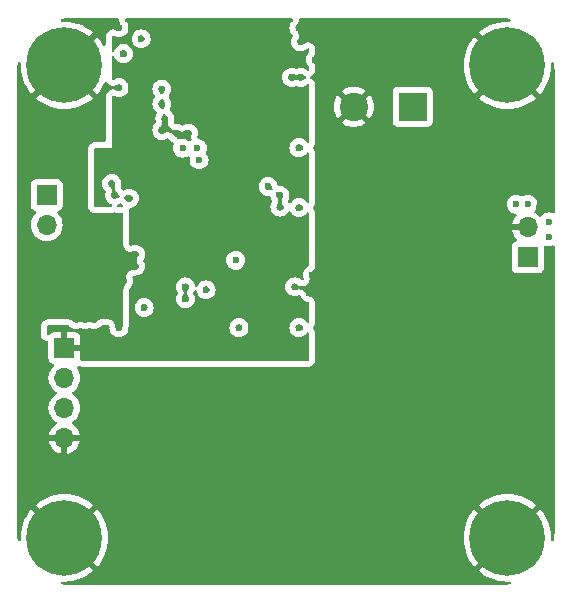
<source format=gbr>
%TF.GenerationSoftware,KiCad,Pcbnew,8.0.5*%
%TF.CreationDate,2024-09-18T15:37:43+10:00*%
%TF.ProjectId,mppt-board,6d707074-2d62-46f6-9172-642e6b696361,rev?*%
%TF.SameCoordinates,Original*%
%TF.FileFunction,Copper,L3,Inr*%
%TF.FilePolarity,Positive*%
%FSLAX46Y46*%
G04 Gerber Fmt 4.6, Leading zero omitted, Abs format (unit mm)*
G04 Created by KiCad (PCBNEW 8.0.5) date 2024-09-18 15:37:43*
%MOMM*%
%LPD*%
G01*
G04 APERTURE LIST*
%TA.AperFunction,ComponentPad*%
%ADD10C,6.400000*%
%TD*%
%TA.AperFunction,ComponentPad*%
%ADD11R,2.400000X2.400000*%
%TD*%
%TA.AperFunction,ComponentPad*%
%ADD12C,2.400000*%
%TD*%
%TA.AperFunction,ComponentPad*%
%ADD13R,1.700000X1.700000*%
%TD*%
%TA.AperFunction,ComponentPad*%
%ADD14O,1.700000X1.700000*%
%TD*%
%TA.AperFunction,ViaPad*%
%ADD15C,0.600000*%
%TD*%
G04 APERTURE END LIST*
D10*
%TO.N,GND*%
%TO.C,H3*%
X66500000Y-94000000D03*
%TD*%
D11*
%TO.N,Net-(D1-A)*%
%TO.C,C2*%
X96000000Y-57500000D03*
D12*
%TO.N,GND*%
X91000000Y-57500000D03*
%TD*%
D10*
%TO.N,GND*%
%TO.C,H2*%
X104000000Y-54000000D03*
%TD*%
D13*
%TO.N,VCC*%
%TO.C,J2*%
X66500000Y-77920000D03*
D14*
%TO.N,/swclk*%
X66500000Y-80460000D03*
%TO.N,/swdio*%
X66500000Y-83000000D03*
%TO.N,GND*%
X66500000Y-85540000D03*
%TD*%
D13*
%TO.N,VBUS*%
%TO.C,SC1*%
X65000000Y-64960000D03*
D14*
%TO.N,Net-(SC1--)*%
X65000000Y-67500000D03*
%TD*%
D10*
%TO.N,GND*%
%TO.C,H1*%
X66500000Y-54000000D03*
%TD*%
D13*
%TO.N,Net-(D1-A)*%
%TO.C,J1*%
X105725000Y-70250000D03*
D14*
%TO.N,GND*%
X105725000Y-67710000D03*
%TD*%
D10*
%TO.N,GND*%
%TO.C,H4*%
X104000000Y-94000000D03*
%TD*%
D15*
%TO.N,*%
X107500000Y-68500000D03*
X107500000Y-67250000D03*
X104750000Y-65750000D03*
X105750000Y-65750000D03*
%TO.N,GND*%
X106680000Y-60960000D03*
X88900000Y-63500000D03*
X66040000Y-60960000D03*
X98000000Y-93000000D03*
X81280000Y-96520000D03*
X87500000Y-71750000D03*
X91000000Y-55000000D03*
X66750000Y-75000000D03*
X81280000Y-81280000D03*
X106680000Y-88900000D03*
X71500000Y-53000000D03*
X85750000Y-55000000D03*
X99060000Y-91440000D03*
X93000000Y-59500000D03*
X86360000Y-50800000D03*
X81280000Y-76200000D03*
X87250000Y-73250000D03*
X70750000Y-65000000D03*
X101600000Y-88900000D03*
X89000000Y-74500000D03*
X86000000Y-72750000D03*
X106680000Y-66040000D03*
X103000000Y-80500000D03*
X71120000Y-91440000D03*
X88250000Y-57500000D03*
X93250000Y-55250000D03*
X86360000Y-66040000D03*
X66750000Y-74000000D03*
X86360000Y-96520000D03*
X86360000Y-81280000D03*
X93250000Y-57250000D03*
X70500000Y-64000000D03*
X91440000Y-66040000D03*
X67500000Y-75500000D03*
X75000000Y-58500000D03*
X89000000Y-72000000D03*
X76750000Y-72750000D03*
X86360000Y-60960000D03*
X86500000Y-55000000D03*
X97250000Y-83500000D03*
X86360000Y-86360000D03*
X81280000Y-86360000D03*
X83750000Y-64250000D03*
X88750000Y-59750000D03*
X84750000Y-65000000D03*
X74750000Y-56000000D03*
X72500000Y-71000000D03*
X93500000Y-97500000D03*
X97750000Y-80500000D03*
X76750000Y-73750000D03*
X73000000Y-51750000D03*
X101600000Y-50800000D03*
X74750000Y-57250000D03*
X71500000Y-72250000D03*
X71120000Y-55880000D03*
X73250000Y-74500000D03*
X68250000Y-75500000D03*
X88750000Y-55500000D03*
X100250000Y-80500000D03*
X71120000Y-76200000D03*
X77000000Y-59750000D03*
X69000000Y-75500000D03*
X96520000Y-66040000D03*
X74750000Y-59500000D03*
X81280000Y-91440000D03*
X87750000Y-53500000D03*
X75000000Y-97750000D03*
X86500000Y-52000000D03*
X72000000Y-65250000D03*
X84750000Y-66000000D03*
X104140000Y-88900000D03*
X76000000Y-59750000D03*
X103000000Y-75000000D03*
X71120000Y-86360000D03*
X71120000Y-81280000D03*
X96520000Y-50800000D03*
X72500000Y-70000000D03*
X91440000Y-50800000D03*
X86360000Y-91440000D03*
X99060000Y-88900000D03*
X71120000Y-50800000D03*
X86360000Y-76200000D03*
X70500000Y-96750000D03*
X78500000Y-73000000D03*
X99060000Y-96520000D03*
X91250000Y-60000000D03*
X66040000Y-71120000D03*
%TO.N,VCC*%
X81750000Y-60550000D03*
X70500000Y-61500000D03*
X82450000Y-60550000D03*
X81800000Y-59900000D03*
X82450000Y-59900000D03*
%TO.N,/V_{drop}*%
X76500000Y-61000000D03*
X81000000Y-70500000D03*
%TO.N,/swdio*%
X77900000Y-62000000D03*
%TO.N,/swclk*%
X77750000Y-61000000D03*
%TD*%
%TA.AperFunction,Conductor*%
%TO.N,GND*%
G36*
X103502702Y-50000617D02*
G01*
X103886771Y-50017386D01*
X103897504Y-50018326D01*
X104191114Y-50056980D01*
X104255009Y-50085247D01*
X104293480Y-50143571D01*
X104294311Y-50213436D01*
X104257239Y-50272659D01*
X104194033Y-50302438D01*
X104168438Y-50303749D01*
X104000002Y-50294922D01*
X103999999Y-50294922D01*
X103612712Y-50315219D01*
X103229676Y-50375886D01*
X103229669Y-50375887D01*
X102855063Y-50476262D01*
X102493005Y-50615244D01*
X102147456Y-50791310D01*
X101822206Y-51002531D01*
X101564648Y-51211095D01*
X101564648Y-51211096D01*
X103059301Y-52705748D01*
X102957670Y-52779588D01*
X102779588Y-52957670D01*
X102705748Y-53059300D01*
X101211096Y-51564648D01*
X101211095Y-51564648D01*
X101002531Y-51822206D01*
X100791310Y-52147456D01*
X100615244Y-52493005D01*
X100476262Y-52855063D01*
X100375887Y-53229669D01*
X100375886Y-53229676D01*
X100315219Y-53612712D01*
X100294922Y-53999999D01*
X100294922Y-54000000D01*
X100315219Y-54387287D01*
X100375886Y-54770323D01*
X100375887Y-54770330D01*
X100476262Y-55144936D01*
X100615244Y-55506994D01*
X100791310Y-55852543D01*
X101002531Y-56177793D01*
X101211095Y-56435350D01*
X101211096Y-56435350D01*
X102705748Y-54940698D01*
X102779588Y-55042330D01*
X102957670Y-55220412D01*
X103059300Y-55294251D01*
X101564648Y-56788903D01*
X101564649Y-56788904D01*
X101822206Y-56997468D01*
X102147456Y-57208689D01*
X102493005Y-57384755D01*
X102855063Y-57523737D01*
X103229669Y-57624112D01*
X103229676Y-57624113D01*
X103612712Y-57684780D01*
X103999999Y-57705078D01*
X104000001Y-57705078D01*
X104387287Y-57684780D01*
X104770323Y-57624113D01*
X104770330Y-57624112D01*
X105144936Y-57523737D01*
X105506994Y-57384755D01*
X105852543Y-57208689D01*
X106177783Y-56997476D01*
X106177785Y-56997475D01*
X106435349Y-56788902D01*
X104940698Y-55294251D01*
X105042330Y-55220412D01*
X105220412Y-55042330D01*
X105294251Y-54940698D01*
X106788902Y-56435349D01*
X106997475Y-56177785D01*
X106997476Y-56177783D01*
X107208689Y-55852543D01*
X107384755Y-55506994D01*
X107523737Y-55144936D01*
X107624112Y-54770330D01*
X107624113Y-54770323D01*
X107684780Y-54387287D01*
X107705078Y-54000000D01*
X107705078Y-53999999D01*
X107696250Y-53831562D01*
X107712399Y-53763584D01*
X107762736Y-53715128D01*
X107831279Y-53701579D01*
X107896267Y-53727237D01*
X107937066Y-53783958D01*
X107943019Y-53808886D01*
X107981671Y-54102472D01*
X107982614Y-54113249D01*
X107999382Y-54497297D01*
X107999500Y-54502706D01*
X107999500Y-66401928D01*
X107979815Y-66468967D01*
X107927011Y-66514722D01*
X107857853Y-66524666D01*
X107834546Y-66518970D01*
X107679257Y-66464632D01*
X107679249Y-66464630D01*
X107500004Y-66444435D01*
X107499996Y-66444435D01*
X107320750Y-66464630D01*
X107320745Y-66464631D01*
X107150476Y-66524211D01*
X106997737Y-66620184D01*
X106870181Y-66747740D01*
X106868731Y-66749559D01*
X106867497Y-66750424D01*
X106865260Y-66752662D01*
X106864867Y-66752269D01*
X106811539Y-66789695D01*
X106741728Y-66792540D01*
X106684109Y-66759921D01*
X106596078Y-66671891D01*
X106402578Y-66536399D01*
X106353774Y-66513642D01*
X106301335Y-66467470D01*
X106282183Y-66400276D01*
X106302399Y-66333395D01*
X106318489Y-66313588D01*
X106379816Y-66252262D01*
X106475789Y-66099522D01*
X106535368Y-65929255D01*
X106536327Y-65920743D01*
X106555565Y-65750003D01*
X106555565Y-65749996D01*
X106535369Y-65570750D01*
X106535368Y-65570745D01*
X106515945Y-65515238D01*
X106475789Y-65400478D01*
X106379816Y-65247738D01*
X106252262Y-65120184D01*
X106244992Y-65115616D01*
X106099523Y-65024211D01*
X105929254Y-64964631D01*
X105929249Y-64964630D01*
X105750004Y-64944435D01*
X105749996Y-64944435D01*
X105570750Y-64964630D01*
X105570737Y-64964633D01*
X105400479Y-65024209D01*
X105315971Y-65077309D01*
X105248734Y-65096309D01*
X105184029Y-65077309D01*
X105099520Y-65024209D01*
X104929262Y-64964633D01*
X104929249Y-64964630D01*
X104750004Y-64944435D01*
X104749996Y-64944435D01*
X104570750Y-64964630D01*
X104570745Y-64964631D01*
X104400476Y-65024211D01*
X104247737Y-65120184D01*
X104120184Y-65247737D01*
X104024211Y-65400476D01*
X103964631Y-65570745D01*
X103964630Y-65570750D01*
X103944435Y-65749996D01*
X103944435Y-65750003D01*
X103964630Y-65929249D01*
X103964631Y-65929254D01*
X104024211Y-66099523D01*
X104082666Y-66192553D01*
X104120184Y-66252262D01*
X104247738Y-66379816D01*
X104323977Y-66427720D01*
X104399844Y-66475391D01*
X104400478Y-66475789D01*
X104570745Y-66535368D01*
X104570750Y-66535369D01*
X104647308Y-66543994D01*
X104692073Y-66549038D01*
X104756488Y-66576104D01*
X104796043Y-66633698D01*
X104798182Y-66703535D01*
X104765873Y-66759939D01*
X104686886Y-66838926D01*
X104551400Y-67032420D01*
X104551399Y-67032422D01*
X104451570Y-67246507D01*
X104451567Y-67246513D01*
X104394364Y-67459999D01*
X104394364Y-67460000D01*
X105291988Y-67460000D01*
X105259075Y-67517007D01*
X105225000Y-67644174D01*
X105225000Y-67775826D01*
X105259075Y-67902993D01*
X105291988Y-67960000D01*
X104394364Y-67960000D01*
X104451567Y-68173486D01*
X104451570Y-68173492D01*
X104551399Y-68387578D01*
X104686894Y-68581082D01*
X104808946Y-68703134D01*
X104842431Y-68764457D01*
X104837447Y-68834149D01*
X104795575Y-68890082D01*
X104764598Y-68906997D01*
X104632671Y-68956202D01*
X104632664Y-68956206D01*
X104517455Y-69042452D01*
X104517452Y-69042455D01*
X104431206Y-69157664D01*
X104431202Y-69157671D01*
X104380908Y-69292517D01*
X104374501Y-69352116D01*
X104374500Y-69352135D01*
X104374500Y-71147870D01*
X104374501Y-71147876D01*
X104380908Y-71207483D01*
X104431202Y-71342328D01*
X104431206Y-71342335D01*
X104517452Y-71457544D01*
X104517455Y-71457547D01*
X104632664Y-71543793D01*
X104632671Y-71543797D01*
X104767517Y-71594091D01*
X104767516Y-71594091D01*
X104774444Y-71594835D01*
X104827127Y-71600500D01*
X106622872Y-71600499D01*
X106682483Y-71594091D01*
X106817331Y-71543796D01*
X106932546Y-71457546D01*
X107018796Y-71342331D01*
X107069091Y-71207483D01*
X107075500Y-71147873D01*
X107075499Y-69374313D01*
X107095184Y-69307275D01*
X107147987Y-69261520D01*
X107217146Y-69251576D01*
X107240452Y-69257272D01*
X107264154Y-69265566D01*
X107320740Y-69285367D01*
X107320750Y-69285369D01*
X107499996Y-69305565D01*
X107500000Y-69305565D01*
X107500004Y-69305565D01*
X107679249Y-69285369D01*
X107679251Y-69285368D01*
X107679255Y-69285368D01*
X107679258Y-69285366D01*
X107679262Y-69285366D01*
X107834545Y-69231030D01*
X107904324Y-69227468D01*
X107964951Y-69262196D01*
X107997179Y-69324190D01*
X107999500Y-69348071D01*
X107999500Y-93497293D01*
X107999382Y-93502702D01*
X107982614Y-93886750D01*
X107981671Y-93897527D01*
X107943019Y-94191113D01*
X107914752Y-94255009D01*
X107856428Y-94293480D01*
X107786563Y-94294311D01*
X107727340Y-94257239D01*
X107697561Y-94194033D01*
X107696250Y-94168437D01*
X107705078Y-94000000D01*
X107705078Y-93999999D01*
X107684780Y-93612712D01*
X107624113Y-93229676D01*
X107624112Y-93229669D01*
X107523737Y-92855063D01*
X107384755Y-92493005D01*
X107208689Y-92147456D01*
X106997468Y-91822206D01*
X106788904Y-91564649D01*
X106788903Y-91564648D01*
X105294251Y-93059300D01*
X105220412Y-92957670D01*
X105042330Y-92779588D01*
X104940698Y-92705748D01*
X106435350Y-91211096D01*
X106435350Y-91211095D01*
X106177793Y-91002531D01*
X105852543Y-90791310D01*
X105506994Y-90615244D01*
X105144936Y-90476262D01*
X104770330Y-90375887D01*
X104770323Y-90375886D01*
X104387287Y-90315219D01*
X104000001Y-90294922D01*
X103999999Y-90294922D01*
X103612712Y-90315219D01*
X103229676Y-90375886D01*
X103229669Y-90375887D01*
X102855063Y-90476262D01*
X102493005Y-90615244D01*
X102147456Y-90791310D01*
X101822206Y-91002531D01*
X101564648Y-91211095D01*
X101564648Y-91211096D01*
X103059301Y-92705748D01*
X102957670Y-92779588D01*
X102779588Y-92957670D01*
X102705748Y-93059300D01*
X101211096Y-91564648D01*
X101211095Y-91564648D01*
X101002531Y-91822206D01*
X100791310Y-92147456D01*
X100615244Y-92493005D01*
X100476262Y-92855063D01*
X100375887Y-93229669D01*
X100375886Y-93229676D01*
X100315219Y-93612712D01*
X100294922Y-93999999D01*
X100294922Y-94000000D01*
X100315219Y-94387287D01*
X100375886Y-94770323D01*
X100375887Y-94770330D01*
X100476262Y-95144936D01*
X100615244Y-95506994D01*
X100791310Y-95852543D01*
X101002531Y-96177793D01*
X101211095Y-96435350D01*
X101211096Y-96435350D01*
X102705748Y-94940698D01*
X102779588Y-95042330D01*
X102957670Y-95220412D01*
X103059300Y-95294251D01*
X101564648Y-96788903D01*
X101564649Y-96788904D01*
X101822206Y-96997468D01*
X102147456Y-97208689D01*
X102493005Y-97384755D01*
X102855063Y-97523737D01*
X103229669Y-97624112D01*
X103229676Y-97624113D01*
X103612712Y-97684780D01*
X103999999Y-97705078D01*
X104000001Y-97705078D01*
X104168437Y-97696250D01*
X104236415Y-97712399D01*
X104284871Y-97762736D01*
X104298420Y-97831279D01*
X104272762Y-97896267D01*
X104216041Y-97937066D01*
X104191113Y-97943019D01*
X103897527Y-97981671D01*
X103886750Y-97982614D01*
X103502703Y-97999382D01*
X103497294Y-97999500D01*
X67002706Y-97999500D01*
X66997297Y-97999382D01*
X66613249Y-97982614D01*
X66602474Y-97981671D01*
X66513376Y-97969941D01*
X66308886Y-97943019D01*
X66244990Y-97914752D01*
X66206519Y-97856428D01*
X66205688Y-97786563D01*
X66242760Y-97727340D01*
X66305966Y-97697561D01*
X66331562Y-97696250D01*
X66499999Y-97705078D01*
X66500001Y-97705078D01*
X66887287Y-97684780D01*
X67270323Y-97624113D01*
X67270330Y-97624112D01*
X67644936Y-97523737D01*
X68006994Y-97384755D01*
X68352543Y-97208689D01*
X68677783Y-96997476D01*
X68677785Y-96997475D01*
X68935349Y-96788902D01*
X67440698Y-95294251D01*
X67542330Y-95220412D01*
X67720412Y-95042330D01*
X67794251Y-94940698D01*
X69288902Y-96435349D01*
X69497475Y-96177785D01*
X69497476Y-96177783D01*
X69708689Y-95852543D01*
X69884755Y-95506994D01*
X70023737Y-95144936D01*
X70124112Y-94770330D01*
X70124113Y-94770323D01*
X70184780Y-94387287D01*
X70205078Y-94000000D01*
X70205078Y-93999999D01*
X70184780Y-93612712D01*
X70124113Y-93229676D01*
X70124112Y-93229669D01*
X70023737Y-92855063D01*
X69884755Y-92493005D01*
X69708689Y-92147456D01*
X69497468Y-91822206D01*
X69288904Y-91564649D01*
X69288903Y-91564648D01*
X67794251Y-93059300D01*
X67720412Y-92957670D01*
X67542330Y-92779588D01*
X67440698Y-92705748D01*
X68935350Y-91211096D01*
X68935350Y-91211095D01*
X68677793Y-91002531D01*
X68352543Y-90791310D01*
X68006994Y-90615244D01*
X67644936Y-90476262D01*
X67270330Y-90375887D01*
X67270323Y-90375886D01*
X66887287Y-90315219D01*
X66500001Y-90294922D01*
X66499999Y-90294922D01*
X66112712Y-90315219D01*
X65729676Y-90375886D01*
X65729669Y-90375887D01*
X65355063Y-90476262D01*
X64993005Y-90615244D01*
X64647456Y-90791310D01*
X64322206Y-91002531D01*
X64064648Y-91211095D01*
X64064648Y-91211096D01*
X65559301Y-92705748D01*
X65457670Y-92779588D01*
X65279588Y-92957670D01*
X65205748Y-93059301D01*
X63711096Y-91564648D01*
X63711095Y-91564648D01*
X63502531Y-91822206D01*
X63291310Y-92147456D01*
X63115244Y-92493005D01*
X62976262Y-92855063D01*
X62875887Y-93229669D01*
X62875886Y-93229676D01*
X62815219Y-93612712D01*
X62794922Y-93999999D01*
X62794922Y-94000001D01*
X62803749Y-94168438D01*
X62787600Y-94236415D01*
X62737263Y-94284871D01*
X62668719Y-94298420D01*
X62603732Y-94272761D01*
X62562933Y-94216040D01*
X62556981Y-94191118D01*
X62518326Y-93897504D01*
X62517386Y-93886771D01*
X62500618Y-93502702D01*
X62500500Y-93497293D01*
X62500500Y-67499999D01*
X63644341Y-67499999D01*
X63644341Y-67500000D01*
X63664936Y-67735403D01*
X63664938Y-67735413D01*
X63726094Y-67963655D01*
X63726096Y-67963659D01*
X63726097Y-67963663D01*
X63813211Y-68150478D01*
X63825965Y-68177830D01*
X63825967Y-68177834D01*
X63926035Y-68320745D01*
X63961505Y-68371401D01*
X64128599Y-68538495D01*
X64225384Y-68606265D01*
X64322165Y-68674032D01*
X64322167Y-68674033D01*
X64322170Y-68674035D01*
X64536337Y-68773903D01*
X64764592Y-68835063D01*
X64952918Y-68851539D01*
X64999999Y-68855659D01*
X65000000Y-68855659D01*
X65000001Y-68855659D01*
X65039234Y-68852226D01*
X65235408Y-68835063D01*
X65463663Y-68773903D01*
X65677830Y-68674035D01*
X65871401Y-68538495D01*
X66038495Y-68371401D01*
X66174035Y-68177830D01*
X66273903Y-67963663D01*
X66335063Y-67735408D01*
X66355659Y-67500000D01*
X66335063Y-67264592D01*
X66288626Y-67091285D01*
X66273905Y-67036344D01*
X66273904Y-67036343D01*
X66273903Y-67036337D01*
X66174035Y-66822171D01*
X66153287Y-66792540D01*
X66038496Y-66628600D01*
X65980112Y-66570216D01*
X65916567Y-66506671D01*
X65883084Y-66445351D01*
X65888068Y-66375659D01*
X65929939Y-66319725D01*
X65960915Y-66302810D01*
X66092331Y-66253796D01*
X66207546Y-66167546D01*
X66293796Y-66052331D01*
X66344091Y-65917483D01*
X66350500Y-65857873D01*
X66350499Y-64062128D01*
X66344946Y-64010469D01*
X66344091Y-64002516D01*
X66293797Y-63867671D01*
X66293793Y-63867664D01*
X66207547Y-63752455D01*
X66207544Y-63752452D01*
X66092335Y-63666206D01*
X66092328Y-63666202D01*
X65957482Y-63615908D01*
X65957483Y-63615908D01*
X65897883Y-63609501D01*
X65897881Y-63609500D01*
X65897873Y-63609500D01*
X65897864Y-63609500D01*
X64102129Y-63609500D01*
X64102123Y-63609501D01*
X64042516Y-63615908D01*
X63907671Y-63666202D01*
X63907664Y-63666206D01*
X63792455Y-63752452D01*
X63792452Y-63752455D01*
X63706206Y-63867664D01*
X63706202Y-63867671D01*
X63655908Y-64002517D01*
X63650570Y-64052172D01*
X63649501Y-64062123D01*
X63649500Y-64062135D01*
X63649500Y-65857870D01*
X63649501Y-65857876D01*
X63655908Y-65917483D01*
X63706202Y-66052328D01*
X63706206Y-66052335D01*
X63792452Y-66167544D01*
X63792455Y-66167547D01*
X63907664Y-66253793D01*
X63907671Y-66253797D01*
X64039081Y-66302810D01*
X64095015Y-66344681D01*
X64119432Y-66410145D01*
X64104580Y-66478418D01*
X64083430Y-66506673D01*
X63961503Y-66628600D01*
X63825965Y-66822169D01*
X63825964Y-66822171D01*
X63726098Y-67036335D01*
X63726094Y-67036344D01*
X63664938Y-67264586D01*
X63664936Y-67264596D01*
X63644341Y-67499999D01*
X62500500Y-67499999D01*
X62500500Y-54502706D01*
X62500618Y-54497297D01*
X62506894Y-54353553D01*
X62517386Y-54113226D01*
X62518325Y-54102497D01*
X62556981Y-53808883D01*
X62585247Y-53744990D01*
X62643571Y-53706519D01*
X62713436Y-53705688D01*
X62772659Y-53742760D01*
X62802438Y-53805966D01*
X62803749Y-53831561D01*
X62794922Y-53999998D01*
X62794922Y-54000000D01*
X62815219Y-54387287D01*
X62875886Y-54770323D01*
X62875887Y-54770330D01*
X62976262Y-55144936D01*
X63115244Y-55506994D01*
X63291310Y-55852543D01*
X63502531Y-56177793D01*
X63711095Y-56435350D01*
X63711096Y-56435350D01*
X65205747Y-54940698D01*
X65279588Y-55042330D01*
X65457670Y-55220412D01*
X65559300Y-55294251D01*
X64064648Y-56788903D01*
X64064649Y-56788904D01*
X64322206Y-56997468D01*
X64647456Y-57208689D01*
X64993005Y-57384755D01*
X65355063Y-57523737D01*
X65729669Y-57624112D01*
X65729676Y-57624113D01*
X66112712Y-57684780D01*
X66499999Y-57705078D01*
X66500001Y-57705078D01*
X66887287Y-57684780D01*
X67270323Y-57624113D01*
X67270330Y-57624112D01*
X67644936Y-57523737D01*
X68006994Y-57384755D01*
X68352543Y-57208689D01*
X68677783Y-56997476D01*
X68677785Y-56997475D01*
X68935349Y-56788902D01*
X67440698Y-55294251D01*
X67542330Y-55220412D01*
X67720412Y-55042330D01*
X67794251Y-54940698D01*
X69288902Y-56435349D01*
X69497475Y-56177785D01*
X69497476Y-56177783D01*
X69708689Y-55852543D01*
X69884755Y-55506994D01*
X69894208Y-55482369D01*
X69936610Y-55426837D01*
X70002304Y-55403044D01*
X70070432Y-55418545D01*
X70114966Y-55460835D01*
X70125298Y-55477278D01*
X70170512Y-55530546D01*
X70278279Y-55625869D01*
X70408540Y-55686972D01*
X70461567Y-55703132D01*
X70473823Y-55706867D01*
X70475097Y-55707273D01*
X70475373Y-55707339D01*
X70475375Y-55707340D01*
X70475381Y-55707342D01*
X70526261Y-55715188D01*
X70617573Y-55729269D01*
X70617574Y-55729269D01*
X70617580Y-55729270D01*
X70760197Y-55710247D01*
X70825695Y-55691738D01*
X70827069Y-55691372D01*
X70827420Y-55691250D01*
X70827434Y-55691247D01*
X70827438Y-55691246D01*
X70924969Y-55647901D01*
X70958903Y-55632820D01*
X70958909Y-55632817D01*
X70958909Y-55632816D01*
X70958918Y-55632813D01*
X70979369Y-55619961D01*
X71004378Y-55607917D01*
X71040759Y-55595187D01*
X71067822Y-55589010D01*
X71106118Y-55584696D01*
X71133880Y-55584696D01*
X71172173Y-55589010D01*
X71199237Y-55595187D01*
X71235620Y-55607918D01*
X71260636Y-55619966D01*
X71293266Y-55640469D01*
X71314975Y-55657781D01*
X71342217Y-55685023D01*
X71359530Y-55706733D01*
X71380033Y-55739364D01*
X71392080Y-55764380D01*
X71404808Y-55800754D01*
X71410987Y-55827826D01*
X71415301Y-55866116D01*
X71415301Y-55893882D01*
X71410987Y-55932172D01*
X71404809Y-55959243D01*
X71392082Y-55995615D01*
X71380035Y-56020631D01*
X71359531Y-56053264D01*
X71342217Y-56074975D01*
X71314975Y-56102217D01*
X71293266Y-56119529D01*
X71260636Y-56140032D01*
X71235618Y-56152081D01*
X71199243Y-56164809D01*
X71172172Y-56170987D01*
X71133882Y-56175301D01*
X71106116Y-56175301D01*
X71067826Y-56170987D01*
X71040755Y-56164809D01*
X71004380Y-56152081D01*
X70979361Y-56140032D01*
X70958921Y-56127188D01*
X70864224Y-56080687D01*
X70864216Y-56080684D01*
X70864214Y-56080683D01*
X70815888Y-56062938D01*
X70713583Y-56037104D01*
X70569706Y-56037104D01*
X70538846Y-56041541D01*
X70500545Y-56047049D01*
X70500540Y-56047050D01*
X70500536Y-56047051D01*
X70362498Y-56087583D01*
X70362492Y-56087586D01*
X70241462Y-56165368D01*
X70241451Y-56165376D01*
X70188659Y-56211120D01*
X70094433Y-56319861D01*
X70094430Y-56319865D01*
X70034664Y-56450731D01*
X70014976Y-56517779D01*
X69994500Y-56660198D01*
X69994500Y-60370500D01*
X69974815Y-60437539D01*
X69922011Y-60483294D01*
X69870500Y-60494500D01*
X69124000Y-60494500D01*
X69123991Y-60494500D01*
X69123990Y-60494501D01*
X69016549Y-60506052D01*
X69016537Y-60506054D01*
X68965027Y-60517260D01*
X68862502Y-60551383D01*
X68862496Y-60551386D01*
X68741462Y-60629171D01*
X68741451Y-60629179D01*
X68688659Y-60674923D01*
X68594433Y-60783664D01*
X68594430Y-60783668D01*
X68534664Y-60914534D01*
X68514976Y-60981582D01*
X68507441Y-61033991D01*
X68494500Y-61124000D01*
X68494500Y-63999996D01*
X68494500Y-65876000D01*
X68494501Y-65876009D01*
X68506052Y-65983450D01*
X68506054Y-65983462D01*
X68517260Y-66034972D01*
X68551383Y-66137497D01*
X68551386Y-66137503D01*
X68629171Y-66258537D01*
X68629179Y-66258548D01*
X68674923Y-66311340D01*
X68674926Y-66311343D01*
X68674930Y-66311347D01*
X68783664Y-66405567D01*
X68783667Y-66405568D01*
X68783668Y-66405569D01*
X68912992Y-66464631D01*
X68914541Y-66465338D01*
X68981580Y-66485023D01*
X68981584Y-66485024D01*
X69124000Y-66505500D01*
X69124003Y-66505500D01*
X70454315Y-66505500D01*
X70584319Y-66488497D01*
X70632074Y-66475788D01*
X70645940Y-66472098D01*
X70645944Y-66472096D01*
X70645954Y-66472094D01*
X70704111Y-66448177D01*
X70773594Y-66440884D01*
X70802784Y-66450065D01*
X70834675Y-66464630D01*
X70836226Y-66465338D01*
X70903265Y-66485023D01*
X70903269Y-66485024D01*
X71045685Y-66505500D01*
X71045688Y-66505500D01*
X71318579Y-66505500D01*
X71336561Y-66505179D01*
X71336571Y-66505178D01*
X71336606Y-66505178D01*
X71345452Y-66504862D01*
X71363469Y-66503896D01*
X71363476Y-66503894D01*
X71363857Y-66503874D01*
X71431855Y-66519939D01*
X71480373Y-66570216D01*
X71494500Y-66627696D01*
X71494500Y-69152103D01*
X71496871Y-69201002D01*
X71496872Y-69201018D01*
X71499190Y-69224870D01*
X71506284Y-69273338D01*
X71506284Y-69273339D01*
X71533854Y-69352128D01*
X71553805Y-69409145D01*
X71586032Y-69471138D01*
X71592956Y-69484458D01*
X71600792Y-69491716D01*
X71669890Y-69588055D01*
X71783289Y-69676611D01*
X71807872Y-69690692D01*
X71843918Y-69711341D01*
X71977664Y-69764358D01*
X71988000Y-69765309D01*
X72120940Y-69777549D01*
X72187563Y-69774148D01*
X72189600Y-69774097D01*
X72190711Y-69773988D01*
X72190718Y-69773988D01*
X72190724Y-69773988D01*
X72331911Y-69746278D01*
X72420764Y-69715186D01*
X72447820Y-69709011D01*
X72486118Y-69704696D01*
X72513880Y-69704696D01*
X72552173Y-69709010D01*
X72579237Y-69715187D01*
X72615620Y-69727918D01*
X72640636Y-69739966D01*
X72673266Y-69760469D01*
X72694975Y-69777781D01*
X72722216Y-69805022D01*
X72739528Y-69826731D01*
X72760031Y-69859361D01*
X72772080Y-69884379D01*
X72784809Y-69920757D01*
X72790987Y-69947827D01*
X72795301Y-69986115D01*
X72795301Y-70013881D01*
X72790987Y-70052172D01*
X72784808Y-70079247D01*
X72772080Y-70115619D01*
X72760036Y-70140630D01*
X72744668Y-70165089D01*
X72687670Y-70291599D01*
X72668669Y-70356310D01*
X72648216Y-70493563D01*
X72649074Y-70499995D01*
X72667233Y-70636176D01*
X72667234Y-70636179D01*
X72667590Y-70637439D01*
X72667597Y-70637466D01*
X72686242Y-70703443D01*
X72686244Y-70703450D01*
X72744673Y-70834918D01*
X72760033Y-70859362D01*
X72772079Y-70884376D01*
X72784809Y-70920753D01*
X72790987Y-70947825D01*
X72795301Y-70986117D01*
X72795301Y-71013882D01*
X72790987Y-71052172D01*
X72784809Y-71079243D01*
X72772081Y-71115618D01*
X72760032Y-71140636D01*
X72739529Y-71173266D01*
X72722217Y-71194975D01*
X72694975Y-71222217D01*
X72673266Y-71239529D01*
X72640636Y-71260032D01*
X72615618Y-71272081D01*
X72579243Y-71284809D01*
X72552171Y-71290987D01*
X72533691Y-71293069D01*
X72513876Y-71295302D01*
X72486114Y-71295302D01*
X72432662Y-71289280D01*
X72428369Y-71289126D01*
X72355461Y-71286520D01*
X72355449Y-71286521D01*
X72332795Y-71287445D01*
X72317689Y-71288062D01*
X72279313Y-71292584D01*
X72240933Y-71297107D01*
X72105127Y-71344630D01*
X72105123Y-71344632D01*
X72043137Y-71376857D01*
X71926226Y-71460712D01*
X71926222Y-71460716D01*
X71837673Y-71574108D01*
X71837667Y-71574117D01*
X71802943Y-71634738D01*
X71802940Y-71634744D01*
X71749924Y-71768492D01*
X71736733Y-71911769D01*
X71740295Y-71981542D01*
X71768006Y-72122730D01*
X71768008Y-72122739D01*
X71784808Y-72170752D01*
X71790986Y-72197817D01*
X71795302Y-72236119D01*
X71795302Y-72263880D01*
X71792575Y-72288080D01*
X71790987Y-72302175D01*
X71784809Y-72329243D01*
X71772081Y-72365618D01*
X71760032Y-72390636D01*
X71739529Y-72423266D01*
X71722218Y-72444974D01*
X71678882Y-72488309D01*
X71678882Y-72488311D01*
X71642728Y-72528558D01*
X71642718Y-72528570D01*
X71626076Y-72549221D01*
X71594433Y-72593103D01*
X71534660Y-72723983D01*
X71527022Y-72749995D01*
X71527023Y-72749996D01*
X71514976Y-72791022D01*
X71507618Y-72842201D01*
X71495963Y-72923268D01*
X71494500Y-72933441D01*
X71494500Y-75781782D01*
X71478638Y-75835799D01*
X71481372Y-75837150D01*
X71477441Y-75845103D01*
X71432705Y-75981834D01*
X71432702Y-75981845D01*
X71420648Y-76050663D01*
X71416109Y-76198907D01*
X71415980Y-76198903D01*
X71415510Y-76212030D01*
X71411349Y-76248967D01*
X71410988Y-76252176D01*
X71404809Y-76279244D01*
X71392080Y-76315620D01*
X71380032Y-76340636D01*
X71359529Y-76373266D01*
X71342217Y-76394975D01*
X71314975Y-76422217D01*
X71293266Y-76439529D01*
X71260636Y-76460032D01*
X71235618Y-76472081D01*
X71199243Y-76484809D01*
X71172172Y-76490987D01*
X71133882Y-76495301D01*
X71106118Y-76495301D01*
X71067818Y-76490986D01*
X71040756Y-76484809D01*
X71004378Y-76472080D01*
X70979364Y-76460034D01*
X70946731Y-76439529D01*
X70925023Y-76422217D01*
X70897781Y-76394975D01*
X70880469Y-76373266D01*
X70870692Y-76357706D01*
X70870691Y-76357705D01*
X70867454Y-76352553D01*
X70866993Y-76351819D01*
X70866986Y-76351809D01*
X70866745Y-76351425D01*
X70859965Y-76340636D01*
X70847918Y-76315619D01*
X70835190Y-76279245D01*
X70829011Y-76252175D01*
X70824491Y-76212058D01*
X70824041Y-76198665D01*
X70823852Y-76198670D01*
X70820628Y-76058302D01*
X70820628Y-76058301D01*
X70820628Y-76058295D01*
X70810202Y-75992901D01*
X70770826Y-75862496D01*
X70724870Y-75790988D01*
X70693042Y-75741462D01*
X70693033Y-75741451D01*
X70647289Y-75688659D01*
X70647285Y-75688656D01*
X70647283Y-75688653D01*
X70538549Y-75594433D01*
X70538546Y-75594431D01*
X70538544Y-75594430D01*
X70407678Y-75534664D01*
X70407673Y-75534662D01*
X70407672Y-75534662D01*
X70340633Y-75514977D01*
X70340635Y-75514977D01*
X70340630Y-75514976D01*
X70278560Y-75506052D01*
X70198213Y-75494500D01*
X69683440Y-75494500D01*
X69683438Y-75494500D01*
X69629389Y-75497397D01*
X69629388Y-75497397D01*
X69603055Y-75500229D01*
X69603028Y-75500232D01*
X69549632Y-75508885D01*
X69549630Y-75508885D01*
X69414825Y-75559166D01*
X69353500Y-75592651D01*
X69238322Y-75678873D01*
X69238309Y-75678884D01*
X69194974Y-75722218D01*
X69173268Y-75739528D01*
X69140637Y-75760032D01*
X69115618Y-75772081D01*
X69079243Y-75784809D01*
X69052172Y-75790987D01*
X69013882Y-75795301D01*
X68986117Y-75795301D01*
X68947819Y-75790986D01*
X68920751Y-75784808D01*
X68832910Y-75754070D01*
X68808388Y-75746185D01*
X68796232Y-75742616D01*
X68771330Y-75735990D01*
X68771332Y-75735990D01*
X68628049Y-75722799D01*
X68558272Y-75726362D01*
X68417090Y-75754071D01*
X68417087Y-75754072D01*
X68329244Y-75784809D01*
X68302173Y-75790987D01*
X68263881Y-75795301D01*
X68236117Y-75795301D01*
X68197819Y-75790986D01*
X68170751Y-75784808D01*
X68082910Y-75754070D01*
X68058388Y-75746185D01*
X68046232Y-75742616D01*
X68021330Y-75735990D01*
X68021332Y-75735990D01*
X67878049Y-75722799D01*
X67808272Y-75726362D01*
X67667090Y-75754071D01*
X67667087Y-75754072D01*
X67579244Y-75784809D01*
X67552173Y-75790987D01*
X67513881Y-75795301D01*
X67486116Y-75795301D01*
X67447826Y-75790987D01*
X67420755Y-75784809D01*
X67384380Y-75772081D01*
X67359362Y-75760032D01*
X67326732Y-75739529D01*
X67305023Y-75722217D01*
X67261698Y-75678892D01*
X67261690Y-75678884D01*
X67261683Y-75678877D01*
X67261659Y-75678855D01*
X67221441Y-75642728D01*
X67221429Y-75642718D01*
X67200778Y-75626076D01*
X67156896Y-75594433D01*
X67026022Y-75534663D01*
X66958977Y-75514976D01*
X66896907Y-75506052D01*
X66816560Y-75494500D01*
X65124000Y-75494500D01*
X65123991Y-75494500D01*
X65123990Y-75494501D01*
X65016549Y-75506052D01*
X65016537Y-75506054D01*
X64965027Y-75517260D01*
X64862502Y-75551383D01*
X64862496Y-75551386D01*
X64741462Y-75629171D01*
X64741451Y-75629179D01*
X64688659Y-75674923D01*
X64594433Y-75783664D01*
X64594430Y-75783668D01*
X64534664Y-75914534D01*
X64514976Y-75981582D01*
X64502093Y-76071192D01*
X64495210Y-76119066D01*
X64494500Y-76124001D01*
X64494500Y-76731403D01*
X64497392Y-76785397D01*
X64500228Y-76811780D01*
X64500232Y-76811811D01*
X64508883Y-76865199D01*
X64508884Y-76865202D01*
X64559165Y-77000012D01*
X64559170Y-77000023D01*
X64592648Y-77061334D01*
X64592650Y-77061336D01*
X64678866Y-77176512D01*
X64717119Y-77205149D01*
X64794048Y-77262740D01*
X64821077Y-77277499D01*
X64855349Y-77296215D01*
X64855359Y-77296220D01*
X64855370Y-77296226D01*
X64855375Y-77296228D01*
X64855407Y-77296241D01*
X64990177Y-77346509D01*
X64990180Y-77346509D01*
X64990185Y-77346511D01*
X65034348Y-77349669D01*
X65099810Y-77374086D01*
X65141682Y-77430019D01*
X65149500Y-77473353D01*
X65149500Y-78817870D01*
X65149501Y-78817876D01*
X65155908Y-78877483D01*
X65206202Y-79012328D01*
X65206206Y-79012335D01*
X65292452Y-79127544D01*
X65292455Y-79127547D01*
X65407664Y-79213793D01*
X65407671Y-79213797D01*
X65539081Y-79262810D01*
X65595015Y-79304681D01*
X65619432Y-79370145D01*
X65604580Y-79438418D01*
X65583430Y-79466673D01*
X65461503Y-79588600D01*
X65325965Y-79782169D01*
X65325964Y-79782171D01*
X65226098Y-79996335D01*
X65226094Y-79996344D01*
X65164938Y-80224586D01*
X65164936Y-80224596D01*
X65144341Y-80459999D01*
X65144341Y-80460000D01*
X65164936Y-80695403D01*
X65164938Y-80695413D01*
X65226094Y-80923655D01*
X65226096Y-80923659D01*
X65226097Y-80923663D01*
X65325965Y-81137830D01*
X65325967Y-81137834D01*
X65461501Y-81331395D01*
X65461506Y-81331402D01*
X65628597Y-81498493D01*
X65628603Y-81498498D01*
X65814158Y-81628425D01*
X65857783Y-81683002D01*
X65864977Y-81752500D01*
X65833454Y-81814855D01*
X65814158Y-81831575D01*
X65628597Y-81961505D01*
X65461505Y-82128597D01*
X65325965Y-82322169D01*
X65325964Y-82322171D01*
X65226098Y-82536335D01*
X65226094Y-82536344D01*
X65164938Y-82764586D01*
X65164936Y-82764596D01*
X65144341Y-82999999D01*
X65144341Y-83000000D01*
X65164936Y-83235403D01*
X65164938Y-83235413D01*
X65226094Y-83463655D01*
X65226096Y-83463659D01*
X65226097Y-83463663D01*
X65325965Y-83677830D01*
X65325967Y-83677834D01*
X65461501Y-83871395D01*
X65461506Y-83871402D01*
X65628597Y-84038493D01*
X65628603Y-84038498D01*
X65814594Y-84168730D01*
X65858219Y-84223307D01*
X65865413Y-84292805D01*
X65833890Y-84355160D01*
X65814595Y-84371880D01*
X65628922Y-84501890D01*
X65628920Y-84501891D01*
X65461891Y-84668920D01*
X65461886Y-84668926D01*
X65326400Y-84862420D01*
X65326399Y-84862422D01*
X65226570Y-85076507D01*
X65226567Y-85076513D01*
X65169364Y-85289999D01*
X65169364Y-85290000D01*
X66066988Y-85290000D01*
X66034075Y-85347007D01*
X66000000Y-85474174D01*
X66000000Y-85605826D01*
X66034075Y-85732993D01*
X66066988Y-85790000D01*
X65169364Y-85790000D01*
X65226567Y-86003486D01*
X65226570Y-86003492D01*
X65326399Y-86217578D01*
X65461894Y-86411082D01*
X65628917Y-86578105D01*
X65822421Y-86713600D01*
X66036507Y-86813429D01*
X66036516Y-86813433D01*
X66250000Y-86870634D01*
X66250000Y-85973012D01*
X66307007Y-86005925D01*
X66434174Y-86040000D01*
X66565826Y-86040000D01*
X66692993Y-86005925D01*
X66750000Y-85973012D01*
X66750000Y-86870633D01*
X66963483Y-86813433D01*
X66963492Y-86813429D01*
X67177578Y-86713600D01*
X67371082Y-86578105D01*
X67538105Y-86411082D01*
X67673600Y-86217578D01*
X67773429Y-86003492D01*
X67773432Y-86003486D01*
X67830636Y-85790000D01*
X66933012Y-85790000D01*
X66965925Y-85732993D01*
X67000000Y-85605826D01*
X67000000Y-85474174D01*
X66965925Y-85347007D01*
X66933012Y-85290000D01*
X67830636Y-85290000D01*
X67830635Y-85289999D01*
X67773432Y-85076513D01*
X67773429Y-85076507D01*
X67673600Y-84862422D01*
X67673599Y-84862420D01*
X67538113Y-84668926D01*
X67538108Y-84668920D01*
X67371078Y-84501890D01*
X67185405Y-84371879D01*
X67141780Y-84317302D01*
X67134588Y-84247804D01*
X67166110Y-84185449D01*
X67185406Y-84168730D01*
X67371401Y-84038495D01*
X67538495Y-83871401D01*
X67674035Y-83677830D01*
X67773903Y-83463663D01*
X67835063Y-83235408D01*
X67855659Y-83000000D01*
X67835063Y-82764592D01*
X67773903Y-82536337D01*
X67674035Y-82322171D01*
X67538495Y-82128599D01*
X67538494Y-82128597D01*
X67371402Y-81961506D01*
X67371396Y-81961501D01*
X67185842Y-81831575D01*
X67142217Y-81776998D01*
X67135023Y-81707500D01*
X67166546Y-81645145D01*
X67185842Y-81628425D01*
X67208026Y-81612891D01*
X67371401Y-81498495D01*
X67538495Y-81331401D01*
X67674035Y-81137830D01*
X67773903Y-80923663D01*
X67835063Y-80695408D01*
X67855659Y-80460000D01*
X67835063Y-80224592D01*
X67773903Y-79996337D01*
X67674035Y-79782171D01*
X67569239Y-79632506D01*
X67546912Y-79566300D01*
X67563922Y-79498533D01*
X67614870Y-79450720D01*
X67683580Y-79438042D01*
X67722326Y-79448588D01*
X67759001Y-79465338D01*
X67826040Y-79485023D01*
X67826044Y-79485024D01*
X67968460Y-79505500D01*
X67968463Y-79505500D01*
X87125990Y-79505500D01*
X87126000Y-79505500D01*
X87233456Y-79493947D01*
X87284967Y-79482741D01*
X87333243Y-79466673D01*
X87387497Y-79448616D01*
X87387501Y-79448613D01*
X87387504Y-79448613D01*
X87508543Y-79370825D01*
X87561347Y-79325070D01*
X87655567Y-79216336D01*
X87715338Y-79085459D01*
X87735023Y-79018420D01*
X87735024Y-79018416D01*
X87755500Y-78876000D01*
X87755500Y-76718595D01*
X87749982Y-76644108D01*
X87744597Y-76607962D01*
X87728161Y-76535094D01*
X87667059Y-76404832D01*
X87632695Y-76352541D01*
X87632052Y-76351425D01*
X87628687Y-76346441D01*
X87572062Y-76282424D01*
X87542391Y-76219168D01*
X87551628Y-76149912D01*
X87571227Y-76119071D01*
X87655567Y-76021740D01*
X87715338Y-75890863D01*
X87735023Y-75823824D01*
X87735024Y-75823820D01*
X87755500Y-75681404D01*
X87755500Y-74166378D01*
X87749195Y-74086786D01*
X87743047Y-74048226D01*
X87736728Y-74022082D01*
X87724291Y-73970628D01*
X87724290Y-73970626D01*
X87672394Y-73865619D01*
X87660543Y-73841639D01*
X87625838Y-73791106D01*
X87625695Y-73790864D01*
X87620986Y-73784040D01*
X87523482Y-73678241D01*
X87523481Y-73678239D01*
X87408741Y-73609369D01*
X87400118Y-73604193D01*
X87335704Y-73577127D01*
X87335705Y-73577127D01*
X87335702Y-73577126D01*
X87196478Y-73540836D01*
X87192119Y-73540027D01*
X87192179Y-73539701D01*
X87170757Y-73534809D01*
X87134381Y-73522081D01*
X87109362Y-73510032D01*
X87076732Y-73489529D01*
X87055023Y-73472217D01*
X87027782Y-73444976D01*
X87010469Y-73423266D01*
X86983256Y-73379956D01*
X86976257Y-73367216D01*
X86942075Y-73295301D01*
X86938275Y-73287306D01*
X86910685Y-73242386D01*
X86908477Y-73239529D01*
X86844604Y-73156871D01*
X86844603Y-73156870D01*
X86731204Y-73068314D01*
X86728140Y-73066559D01*
X86670580Y-73033587D01*
X86670572Y-73033583D01*
X86670567Y-73033581D01*
X86641554Y-73022081D01*
X86536814Y-72980564D01*
X86536810Y-72980563D01*
X86393537Y-72967376D01*
X86323762Y-72970939D01*
X86213237Y-72988621D01*
X86213131Y-72987960D01*
X86079240Y-73034809D01*
X86052170Y-73040987D01*
X86013881Y-73045301D01*
X85986115Y-73045301D01*
X85947826Y-73040987D01*
X85920756Y-73034809D01*
X85884380Y-73022081D01*
X85859365Y-73010035D01*
X85826727Y-72989526D01*
X85805023Y-72972217D01*
X85777783Y-72944977D01*
X85760470Y-72923268D01*
X85751623Y-72909188D01*
X85751623Y-72909187D01*
X85751622Y-72909186D01*
X85739967Y-72890638D01*
X85727918Y-72865619D01*
X85715190Y-72829245D01*
X85709011Y-72802175D01*
X85704696Y-72763870D01*
X85704697Y-72736111D01*
X85709010Y-72697825D01*
X85715186Y-72670761D01*
X85727919Y-72634373D01*
X85739966Y-72609361D01*
X85760469Y-72576731D01*
X85777777Y-72555026D01*
X85805026Y-72527777D01*
X85826731Y-72510469D01*
X85859361Y-72489966D01*
X85884373Y-72477919D01*
X85920761Y-72465186D01*
X85947822Y-72459010D01*
X85986118Y-72454696D01*
X86013880Y-72454696D01*
X86052173Y-72459010D01*
X86079237Y-72465187D01*
X86115620Y-72477918D01*
X86140633Y-72489964D01*
X86173262Y-72510466D01*
X86174195Y-72511052D01*
X86187499Y-72521117D01*
X86187659Y-72520921D01*
X86269933Y-72587918D01*
X86269935Y-72587919D01*
X86269936Y-72587920D01*
X86311922Y-72615512D01*
X86403254Y-72662991D01*
X86543193Y-72696439D01*
X86612768Y-72702845D01*
X86612773Y-72702845D01*
X86756466Y-72695511D01*
X86892273Y-72647991D01*
X86954267Y-72615764D01*
X86954619Y-72615512D01*
X87025180Y-72564903D01*
X87071184Y-72531908D01*
X87159741Y-72418509D01*
X87194470Y-72357882D01*
X87247490Y-72224131D01*
X87260681Y-72080857D01*
X87257281Y-72014232D01*
X87257229Y-72012197D01*
X87257120Y-72011078D01*
X87257120Y-72011073D01*
X87229410Y-71869886D01*
X87229407Y-71869877D01*
X87215191Y-71829250D01*
X87209011Y-71802177D01*
X87204696Y-71763871D01*
X87204697Y-71736111D01*
X87209010Y-71697829D01*
X87215186Y-71670761D01*
X87227919Y-71634373D01*
X87239966Y-71609361D01*
X87260469Y-71576731D01*
X87277777Y-71555026D01*
X87305027Y-71527776D01*
X87326724Y-71510472D01*
X87370614Y-71482894D01*
X87384874Y-71475413D01*
X87387490Y-71474022D01*
X87387504Y-71474017D01*
X87508543Y-71396229D01*
X87561347Y-71350474D01*
X87655567Y-71241740D01*
X87715338Y-71110863D01*
X87735023Y-71043824D01*
X87735024Y-71043820D01*
X87755500Y-70901404D01*
X87755500Y-66558595D01*
X87749982Y-66484108D01*
X87744597Y-66447962D01*
X87728161Y-66375094D01*
X87667059Y-66244832D01*
X87632695Y-66192541D01*
X87632052Y-66191425D01*
X87628687Y-66186441D01*
X87572062Y-66122424D01*
X87542391Y-66059168D01*
X87551628Y-65989912D01*
X87571227Y-65959071D01*
X87655567Y-65861740D01*
X87715338Y-65730863D01*
X87735023Y-65663824D01*
X87735024Y-65663820D01*
X87755500Y-65521404D01*
X87755500Y-61478595D01*
X87749982Y-61404108D01*
X87744597Y-61367962D01*
X87728161Y-61295094D01*
X87667059Y-61164832D01*
X87632695Y-61112541D01*
X87632052Y-61111425D01*
X87628687Y-61106441D01*
X87572062Y-61042424D01*
X87542391Y-60979168D01*
X87551628Y-60909912D01*
X87571227Y-60879071D01*
X87655567Y-60781740D01*
X87715338Y-60650863D01*
X87735023Y-60583824D01*
X87735024Y-60583820D01*
X87755500Y-60441404D01*
X87755500Y-57499995D01*
X89295233Y-57499995D01*
X89295233Y-57500004D01*
X89314273Y-57754079D01*
X89370968Y-58002477D01*
X89370973Y-58002494D01*
X89464058Y-58239671D01*
X89464057Y-58239671D01*
X89591454Y-58460327D01*
X89591461Y-58460338D01*
X89633452Y-58512991D01*
X89633453Y-58512992D01*
X90435387Y-57711058D01*
X90440889Y-57731591D01*
X90519881Y-57868408D01*
X90631592Y-57980119D01*
X90768409Y-58059111D01*
X90788940Y-58064612D01*
X89986813Y-58866738D01*
X90147616Y-58976371D01*
X90147624Y-58976376D01*
X90377176Y-59086921D01*
X90377174Y-59086921D01*
X90620652Y-59162024D01*
X90620658Y-59162026D01*
X90872595Y-59199999D01*
X90872604Y-59200000D01*
X91127396Y-59200000D01*
X91127404Y-59199999D01*
X91379341Y-59162026D01*
X91379347Y-59162024D01*
X91622824Y-59086921D01*
X91852376Y-58976376D01*
X91852377Y-58976375D01*
X92013185Y-58866738D01*
X91211060Y-58064612D01*
X91231591Y-58059111D01*
X91368408Y-57980119D01*
X91480119Y-57868408D01*
X91559111Y-57731591D01*
X91564612Y-57711059D01*
X92366544Y-58512992D01*
X92366546Y-58512991D01*
X92408544Y-58460330D01*
X92535941Y-58239671D01*
X92629026Y-58002494D01*
X92629031Y-58002477D01*
X92685726Y-57754079D01*
X92704767Y-57500004D01*
X92704767Y-57499995D01*
X92685726Y-57245920D01*
X92629031Y-56997522D01*
X92629026Y-56997505D01*
X92535941Y-56760328D01*
X92535942Y-56760328D01*
X92408545Y-56539672D01*
X92366545Y-56487006D01*
X91564612Y-57288939D01*
X91559111Y-57268409D01*
X91480119Y-57131592D01*
X91368408Y-57019881D01*
X91231591Y-56940889D01*
X91211059Y-56935387D01*
X91894310Y-56252135D01*
X94299500Y-56252135D01*
X94299500Y-58747870D01*
X94299501Y-58747876D01*
X94305908Y-58807483D01*
X94356202Y-58942328D01*
X94356206Y-58942335D01*
X94442452Y-59057544D01*
X94442455Y-59057547D01*
X94557664Y-59143793D01*
X94557671Y-59143797D01*
X94692517Y-59194091D01*
X94692516Y-59194091D01*
X94699444Y-59194835D01*
X94752127Y-59200500D01*
X97247872Y-59200499D01*
X97307483Y-59194091D01*
X97442331Y-59143796D01*
X97557546Y-59057546D01*
X97643796Y-58942331D01*
X97694091Y-58807483D01*
X97700500Y-58747873D01*
X97700499Y-56252128D01*
X97694091Y-56192517D01*
X97688599Y-56177793D01*
X97643797Y-56057671D01*
X97643793Y-56057664D01*
X97557547Y-55942455D01*
X97557544Y-55942452D01*
X97442335Y-55856206D01*
X97442328Y-55856202D01*
X97307482Y-55805908D01*
X97307483Y-55805908D01*
X97247883Y-55799501D01*
X97247881Y-55799500D01*
X97247873Y-55799500D01*
X97247864Y-55799500D01*
X94752129Y-55799500D01*
X94752123Y-55799501D01*
X94692516Y-55805908D01*
X94557671Y-55856202D01*
X94557664Y-55856206D01*
X94442455Y-55942452D01*
X94442452Y-55942455D01*
X94356206Y-56057664D01*
X94356202Y-56057671D01*
X94305908Y-56192517D01*
X94299501Y-56252116D01*
X94299501Y-56252123D01*
X94299500Y-56252135D01*
X91894310Y-56252135D01*
X92013185Y-56133260D01*
X91852384Y-56023628D01*
X91852376Y-56023623D01*
X91622823Y-55913078D01*
X91622825Y-55913078D01*
X91379347Y-55837975D01*
X91379341Y-55837973D01*
X91127404Y-55800000D01*
X90872595Y-55800000D01*
X90620658Y-55837973D01*
X90620652Y-55837975D01*
X90377175Y-55913078D01*
X90147622Y-56023625D01*
X90147609Y-56023632D01*
X89986813Y-56133259D01*
X90788941Y-56935387D01*
X90768409Y-56940889D01*
X90631592Y-57019881D01*
X90519881Y-57131592D01*
X90440889Y-57268409D01*
X90435387Y-57288941D01*
X89633452Y-56487006D01*
X89591457Y-56539667D01*
X89464058Y-56760328D01*
X89370973Y-56997505D01*
X89370968Y-56997522D01*
X89314273Y-57245920D01*
X89295233Y-57499995D01*
X87755500Y-57499995D01*
X87755500Y-55681440D01*
X87755178Y-55663394D01*
X87754862Y-55654548D01*
X87753896Y-55636531D01*
X87751576Y-55625868D01*
X87723313Y-55495945D01*
X87723312Y-55495939D01*
X87698895Y-55430475D01*
X87629944Y-55304200D01*
X87528207Y-55202460D01*
X87472274Y-55160588D01*
X87472268Y-55160583D01*
X87472262Y-55160579D01*
X87382403Y-55111514D01*
X87332997Y-55062109D01*
X87318145Y-54993836D01*
X87342561Y-54928371D01*
X87380976Y-54897420D01*
X87380043Y-54895968D01*
X87394064Y-54886957D01*
X87508543Y-54813385D01*
X87561347Y-54767630D01*
X87655567Y-54658896D01*
X87715338Y-54528019D01*
X87735023Y-54460980D01*
X87735024Y-54460976D01*
X87755500Y-54318560D01*
X87755500Y-54183440D01*
X87752603Y-54129400D01*
X87749769Y-54103042D01*
X87741114Y-54049630D01*
X87690832Y-53914821D01*
X87657347Y-53853498D01*
X87571123Y-53738317D01*
X87527782Y-53694976D01*
X87510469Y-53673266D01*
X87489966Y-53640636D01*
X87477918Y-53615619D01*
X87465190Y-53579245D01*
X87459011Y-53552175D01*
X87454696Y-53513870D01*
X87454697Y-53486111D01*
X87459010Y-53447829D01*
X87465188Y-53420758D01*
X87477919Y-53384373D01*
X87489961Y-53359368D01*
X87510470Y-53326729D01*
X87527775Y-53305030D01*
X87571122Y-53261685D01*
X87607288Y-53221422D01*
X87623922Y-53200780D01*
X87655567Y-53156896D01*
X87715338Y-53026019D01*
X87735023Y-52958980D01*
X87735024Y-52958976D01*
X87755500Y-52816560D01*
X87755500Y-52681440D01*
X87755178Y-52663394D01*
X87754862Y-52654548D01*
X87753896Y-52636531D01*
X87723312Y-52495939D01*
X87698895Y-52430475D01*
X87682254Y-52400000D01*
X87675729Y-52388050D01*
X87629944Y-52304200D01*
X87528207Y-52202460D01*
X87472274Y-52160588D01*
X87472268Y-52160583D01*
X87472262Y-52160580D01*
X87345984Y-52091628D01*
X87205400Y-52061047D01*
X87205394Y-52061046D01*
X87205393Y-52061046D01*
X87182162Y-52059384D01*
X87135703Y-52056062D01*
X87135700Y-52056062D01*
X86992189Y-52066326D01*
X86857385Y-52116606D01*
X86796057Y-52150093D01*
X86796056Y-52150093D01*
X86697958Y-52223527D01*
X86689622Y-52229252D01*
X86640637Y-52260032D01*
X86615618Y-52272081D01*
X86579243Y-52284809D01*
X86552172Y-52290987D01*
X86513882Y-52295301D01*
X86486116Y-52295301D01*
X86447827Y-52290987D01*
X86420755Y-52284808D01*
X86384381Y-52272080D01*
X86359365Y-52260033D01*
X86326731Y-52239528D01*
X86305021Y-52222215D01*
X86277778Y-52194972D01*
X86260466Y-52173264D01*
X86252498Y-52160583D01*
X86239964Y-52140636D01*
X86227920Y-52115627D01*
X86215187Y-52079238D01*
X86209011Y-52052175D01*
X86204696Y-52013870D01*
X86204697Y-51986111D01*
X86205149Y-51982098D01*
X86209010Y-51947825D01*
X86215189Y-51920756D01*
X86227917Y-51884382D01*
X86239965Y-51859364D01*
X86258892Y-51829243D01*
X86266998Y-51816343D01*
X86292157Y-51771364D01*
X86303345Y-51748726D01*
X86323797Y-51701411D01*
X86354380Y-51560819D01*
X86359364Y-51491127D01*
X86349100Y-51347616D01*
X86298818Y-51212807D01*
X86265333Y-51151484D01*
X86179109Y-51036303D01*
X86137781Y-50994975D01*
X86120469Y-50973266D01*
X86099966Y-50940636D01*
X86087918Y-50915619D01*
X86075190Y-50879245D01*
X86069011Y-50852174D01*
X86064696Y-50813870D01*
X86064697Y-50786111D01*
X86069010Y-50747829D01*
X86075188Y-50720758D01*
X86075190Y-50720753D01*
X86087919Y-50684373D01*
X86099962Y-50659367D01*
X86120470Y-50626729D01*
X86137771Y-50605034D01*
X86173181Y-50569626D01*
X86185692Y-50556661D01*
X86191724Y-50550183D01*
X86203805Y-50536735D01*
X86281592Y-50415695D01*
X86310439Y-50352528D01*
X86310614Y-50352148D01*
X86310617Y-50352139D01*
X86310619Y-50352136D01*
X86351153Y-50214083D01*
X86351152Y-50124499D01*
X86370836Y-50057462D01*
X86423639Y-50011706D01*
X86475152Y-50000500D01*
X103434108Y-50000500D01*
X103497294Y-50000500D01*
X103502702Y-50000617D01*
G37*
%TD.AperFunction*%
%TA.AperFunction,Conductor*%
G36*
X81332173Y-75909010D02*
G01*
X81359237Y-75915187D01*
X81395620Y-75927918D01*
X81420636Y-75939966D01*
X81453266Y-75960469D01*
X81474975Y-75977781D01*
X81502219Y-76005025D01*
X81519529Y-76026730D01*
X81540032Y-76059361D01*
X81552080Y-76084377D01*
X81564809Y-76120755D01*
X81570987Y-76147822D01*
X81575302Y-76186115D01*
X81575302Y-76213881D01*
X81571348Y-76248971D01*
X81571345Y-76249003D01*
X81570983Y-76252208D01*
X81564808Y-76279244D01*
X81552081Y-76315617D01*
X81540032Y-76340636D01*
X81519529Y-76373266D01*
X81502217Y-76394975D01*
X81474975Y-76422217D01*
X81453266Y-76439529D01*
X81420636Y-76460032D01*
X81395618Y-76472081D01*
X81359243Y-76484809D01*
X81332172Y-76490987D01*
X81293882Y-76495301D01*
X81266118Y-76495301D01*
X81227818Y-76490986D01*
X81200756Y-76484809D01*
X81164378Y-76472080D01*
X81139364Y-76460034D01*
X81106731Y-76439529D01*
X81085023Y-76422217D01*
X81057781Y-76394975D01*
X81040469Y-76373266D01*
X81030692Y-76357706D01*
X81030691Y-76357705D01*
X81027454Y-76352553D01*
X81026993Y-76351819D01*
X81026986Y-76351809D01*
X81026745Y-76351425D01*
X81019965Y-76340636D01*
X81007918Y-76315619D01*
X80995190Y-76279245D01*
X80989011Y-76252175D01*
X80984696Y-76213870D01*
X80984697Y-76186111D01*
X80989010Y-76147825D01*
X80995186Y-76120761D01*
X81007919Y-76084373D01*
X81019966Y-76059361D01*
X81040469Y-76026731D01*
X81057779Y-76005025D01*
X81085026Y-75977777D01*
X81106731Y-75960469D01*
X81139361Y-75939966D01*
X81164373Y-75927919D01*
X81200761Y-75915186D01*
X81227822Y-75909010D01*
X81266118Y-75904696D01*
X81293880Y-75904696D01*
X81332173Y-75909010D01*
G37*
%TD.AperFunction*%
%TA.AperFunction,Conductor*%
G36*
X86412173Y-75909010D02*
G01*
X86439237Y-75915187D01*
X86475620Y-75927918D01*
X86500636Y-75939966D01*
X86533266Y-75960469D01*
X86554975Y-75977781D01*
X86584906Y-76007712D01*
X86597058Y-76021844D01*
X86637289Y-76076453D01*
X86661083Y-76104198D01*
X86661091Y-76104207D01*
X86671954Y-76115124D01*
X86705285Y-76176531D01*
X86700125Y-76246210D01*
X86678590Y-76282825D01*
X86593314Y-76383294D01*
X86586458Y-76390734D01*
X86554975Y-76422217D01*
X86533266Y-76439529D01*
X86500636Y-76460032D01*
X86475618Y-76472081D01*
X86439243Y-76484809D01*
X86412172Y-76490987D01*
X86373882Y-76495301D01*
X86346118Y-76495301D01*
X86307818Y-76490986D01*
X86280756Y-76484809D01*
X86244378Y-76472080D01*
X86219364Y-76460034D01*
X86186731Y-76439529D01*
X86165023Y-76422217D01*
X86137781Y-76394975D01*
X86120469Y-76373266D01*
X86110692Y-76357706D01*
X86110691Y-76357705D01*
X86107454Y-76352553D01*
X86106993Y-76351819D01*
X86106986Y-76351809D01*
X86106745Y-76351425D01*
X86099965Y-76340636D01*
X86087918Y-76315619D01*
X86075190Y-76279245D01*
X86069011Y-76252175D01*
X86064696Y-76213870D01*
X86064697Y-76186111D01*
X86069010Y-76147825D01*
X86075186Y-76120761D01*
X86087919Y-76084373D01*
X86099966Y-76059361D01*
X86120469Y-76026731D01*
X86137779Y-76005025D01*
X86165026Y-75977777D01*
X86186731Y-75960469D01*
X86219361Y-75939966D01*
X86244373Y-75927919D01*
X86280761Y-75915186D01*
X86307822Y-75909010D01*
X86346118Y-75904696D01*
X86373880Y-75904696D01*
X86412173Y-75909010D01*
G37*
%TD.AperFunction*%
%TA.AperFunction,Conductor*%
G36*
X73302173Y-74209010D02*
G01*
X73329237Y-74215187D01*
X73365620Y-74227918D01*
X73390636Y-74239966D01*
X73423266Y-74260469D01*
X73444975Y-74277781D01*
X73472217Y-74305023D01*
X73489530Y-74326733D01*
X73510033Y-74359364D01*
X73522080Y-74384378D01*
X73530814Y-74409337D01*
X73530848Y-74409439D01*
X73534810Y-74420761D01*
X73540987Y-74447827D01*
X73545301Y-74486116D01*
X73545301Y-74513882D01*
X73540987Y-74552172D01*
X73534809Y-74579243D01*
X73522081Y-74615618D01*
X73510032Y-74640636D01*
X73489529Y-74673266D01*
X73472217Y-74694975D01*
X73444975Y-74722217D01*
X73423266Y-74739529D01*
X73390636Y-74760032D01*
X73365618Y-74772081D01*
X73329243Y-74784809D01*
X73302172Y-74790987D01*
X73263882Y-74795301D01*
X73236116Y-74795301D01*
X73197826Y-74790987D01*
X73170755Y-74784809D01*
X73134380Y-74772081D01*
X73109362Y-74760032D01*
X73076732Y-74739529D01*
X73055023Y-74722217D01*
X73027782Y-74694976D01*
X73010469Y-74673267D01*
X72989963Y-74640632D01*
X72977919Y-74615623D01*
X72965188Y-74579240D01*
X72959012Y-74552175D01*
X72954697Y-74513875D01*
X72954697Y-74486111D01*
X72959010Y-74447829D01*
X72959011Y-74447827D01*
X72959010Y-74447825D01*
X72965186Y-74420761D01*
X72977919Y-74384373D01*
X72989966Y-74359361D01*
X73010469Y-74326731D01*
X73027777Y-74305026D01*
X73055026Y-74277777D01*
X73076731Y-74260469D01*
X73109361Y-74239966D01*
X73134373Y-74227919D01*
X73170761Y-74215186D01*
X73197822Y-74209010D01*
X73236118Y-74204696D01*
X73263880Y-74204696D01*
X73302173Y-74209010D01*
G37*
%TD.AperFunction*%
%TA.AperFunction,Conductor*%
G36*
X76802173Y-72459010D02*
G01*
X76829239Y-72465188D01*
X76865623Y-72477919D01*
X76890636Y-72489964D01*
X76923264Y-72510466D01*
X76944972Y-72527778D01*
X76972217Y-72555023D01*
X76989529Y-72576732D01*
X77010032Y-72609362D01*
X77022081Y-72634380D01*
X77039245Y-72683433D01*
X77044061Y-72701440D01*
X77051234Y-72739537D01*
X77051242Y-72739568D01*
X77053346Y-72747479D01*
X77051554Y-72817326D01*
X77038506Y-72845322D01*
X76994672Y-72915082D01*
X76994668Y-72915091D01*
X76980097Y-72947433D01*
X76937670Y-73041599D01*
X76918667Y-73106318D01*
X76918666Y-73106320D01*
X76898215Y-73243587D01*
X76917239Y-73386197D01*
X76936244Y-73453449D01*
X76994673Y-73584918D01*
X77010033Y-73609362D01*
X77022079Y-73634376D01*
X77034809Y-73670753D01*
X77040987Y-73697825D01*
X77045301Y-73736117D01*
X77045301Y-73763882D01*
X77040987Y-73802172D01*
X77034809Y-73829243D01*
X77022081Y-73865618D01*
X77010032Y-73890636D01*
X76989529Y-73923266D01*
X76972217Y-73944975D01*
X76944975Y-73972217D01*
X76923266Y-73989529D01*
X76890636Y-74010032D01*
X76865618Y-74022081D01*
X76829243Y-74034809D01*
X76802172Y-74040987D01*
X76763882Y-74045301D01*
X76736116Y-74045301D01*
X76697827Y-74040987D01*
X76670758Y-74034809D01*
X76634384Y-74022082D01*
X76609363Y-74010033D01*
X76576730Y-73989528D01*
X76555022Y-73972216D01*
X76527781Y-73944975D01*
X76510469Y-73923266D01*
X76489966Y-73890636D01*
X76477918Y-73865619D01*
X76465190Y-73829245D01*
X76459011Y-73802177D01*
X76454696Y-73763870D01*
X76454697Y-73736113D01*
X76459012Y-73697816D01*
X76465189Y-73670749D01*
X76477916Y-73634381D01*
X76489962Y-73609369D01*
X76505320Y-73584927D01*
X76505325Y-73584918D01*
X76505328Y-73584914D01*
X76562331Y-73458393D01*
X76581331Y-73393688D01*
X76601783Y-73256421D01*
X76590692Y-73173268D01*
X76582761Y-73113809D01*
X76582760Y-73113805D01*
X76580644Y-73106318D01*
X76563760Y-73046567D01*
X76505329Y-72915089D01*
X76489963Y-72890634D01*
X76477918Y-72865623D01*
X76465188Y-72829245D01*
X76459011Y-72802181D01*
X76454696Y-72763871D01*
X76454697Y-72736112D01*
X76454697Y-72736111D01*
X76459010Y-72697825D01*
X76465186Y-72670761D01*
X76477919Y-72634373D01*
X76489966Y-72609361D01*
X76510469Y-72576731D01*
X76527777Y-72555026D01*
X76555026Y-72527777D01*
X76576731Y-72510469D01*
X76609361Y-72489966D01*
X76634373Y-72477919D01*
X76670761Y-72465186D01*
X76697822Y-72459010D01*
X76736118Y-72454696D01*
X76763880Y-72454696D01*
X76802173Y-72459010D01*
G37*
%TD.AperFunction*%
%TA.AperFunction,Conductor*%
G36*
X78552173Y-72709010D02*
G01*
X78579237Y-72715187D01*
X78615620Y-72727918D01*
X78640636Y-72739966D01*
X78673266Y-72760469D01*
X78694975Y-72777781D01*
X78722219Y-72805025D01*
X78739532Y-72826734D01*
X78749248Y-72842197D01*
X78749247Y-72842197D01*
X78749250Y-72842201D01*
X78760033Y-72859363D01*
X78772079Y-72884376D01*
X78782824Y-72915084D01*
X78784808Y-72920752D01*
X78790987Y-72947826D01*
X78795301Y-72986117D01*
X78795301Y-73013882D01*
X78790987Y-73052172D01*
X78784809Y-73079243D01*
X78772081Y-73115618D01*
X78760032Y-73140636D01*
X78739529Y-73173266D01*
X78722217Y-73194975D01*
X78694975Y-73222217D01*
X78673266Y-73239529D01*
X78640636Y-73260032D01*
X78615618Y-73272081D01*
X78579243Y-73284809D01*
X78552172Y-73290987D01*
X78513882Y-73295301D01*
X78486116Y-73295301D01*
X78447826Y-73290987D01*
X78420756Y-73284809D01*
X78384380Y-73272081D01*
X78359363Y-73260034D01*
X78359360Y-73260032D01*
X78357024Y-73258564D01*
X78357023Y-73258564D01*
X78342199Y-73249249D01*
X78326732Y-73239530D01*
X78305025Y-73222219D01*
X78277783Y-73194977D01*
X78260472Y-73173271D01*
X78239962Y-73140630D01*
X78227916Y-73115615D01*
X78227283Y-73113805D01*
X78210747Y-73066550D01*
X78205933Y-73048551D01*
X78205616Y-73046866D01*
X78198750Y-73010406D01*
X78196658Y-73002546D01*
X78198435Y-72932702D01*
X78211486Y-72904687D01*
X78260474Y-72826722D01*
X78277776Y-72805027D01*
X78305026Y-72777777D01*
X78326731Y-72760469D01*
X78359361Y-72739966D01*
X78384373Y-72727919D01*
X78420761Y-72715186D01*
X78447822Y-72709010D01*
X78486118Y-72704696D01*
X78513880Y-72704696D01*
X78552173Y-72709010D01*
G37*
%TD.AperFunction*%
%TA.AperFunction,Conductor*%
G36*
X86412173Y-65749010D02*
G01*
X86439237Y-65755187D01*
X86475620Y-65767918D01*
X86500636Y-65779966D01*
X86533266Y-65800469D01*
X86554975Y-65817781D01*
X86584906Y-65847712D01*
X86597058Y-65861844D01*
X86637289Y-65916453D01*
X86661083Y-65944198D01*
X86661091Y-65944207D01*
X86671954Y-65955124D01*
X86705285Y-66016531D01*
X86700125Y-66086210D01*
X86678590Y-66122825D01*
X86593314Y-66223294D01*
X86586458Y-66230734D01*
X86554975Y-66262217D01*
X86533266Y-66279529D01*
X86500636Y-66300032D01*
X86475618Y-66312081D01*
X86439243Y-66324809D01*
X86412172Y-66330987D01*
X86373882Y-66335301D01*
X86346116Y-66335301D01*
X86307826Y-66330987D01*
X86280755Y-66324809D01*
X86244380Y-66312081D01*
X86219362Y-66300032D01*
X86186732Y-66279529D01*
X86165023Y-66262217D01*
X86137782Y-66234976D01*
X86120469Y-66213267D01*
X86103613Y-66186441D01*
X86075445Y-66141611D01*
X86072403Y-66137504D01*
X86049504Y-66106587D01*
X86025420Y-66040999D01*
X86040620Y-65972802D01*
X86054610Y-65952542D01*
X86100576Y-65898390D01*
X86120470Y-65866727D01*
X86137774Y-65845029D01*
X86165026Y-65817777D01*
X86186731Y-65800469D01*
X86219361Y-65779966D01*
X86244373Y-65767919D01*
X86280761Y-65755186D01*
X86307822Y-65749010D01*
X86346118Y-65744696D01*
X86373880Y-65744696D01*
X86412173Y-65749010D01*
G37*
%TD.AperFunction*%
%TA.AperFunction,Conductor*%
G36*
X84587823Y-64700799D02*
G01*
X84715035Y-64704693D01*
X84731631Y-64705202D01*
X84731631Y-64705201D01*
X84731635Y-64705202D01*
X84736106Y-64704697D01*
X84763879Y-64704696D01*
X84802175Y-64709010D01*
X84829239Y-64715188D01*
X84865620Y-64727918D01*
X84890630Y-64739961D01*
X84923273Y-64760473D01*
X84944975Y-64777781D01*
X84972217Y-64805023D01*
X84989529Y-64826732D01*
X85010032Y-64859362D01*
X85022080Y-64884377D01*
X85025894Y-64895276D01*
X85025895Y-64895280D01*
X85034809Y-64920756D01*
X85040987Y-64947826D01*
X85045301Y-64986116D01*
X85045301Y-65013881D01*
X85040987Y-65052172D01*
X85034808Y-65079245D01*
X85022080Y-65115619D01*
X85010035Y-65140633D01*
X84994672Y-65165083D01*
X84937667Y-65291608D01*
X84918667Y-65356314D01*
X84898216Y-65493571D01*
X84898216Y-65493573D01*
X84898216Y-65493575D01*
X84915116Y-65620283D01*
X84917239Y-65636201D01*
X84936237Y-65703431D01*
X84936562Y-65704269D01*
X84937382Y-65706007D01*
X84994663Y-65834900D01*
X84994665Y-65834904D01*
X84994669Y-65834912D01*
X84994673Y-65834919D01*
X84994674Y-65834920D01*
X85019861Y-65875006D01*
X85019868Y-65875017D01*
X85025756Y-65884387D01*
X85034556Y-65898391D01*
X85034565Y-65898403D01*
X85060494Y-65933411D01*
X85084577Y-65998999D01*
X85069377Y-66067195D01*
X85055387Y-66087455D01*
X85009420Y-66141611D01*
X84989527Y-66173270D01*
X84972216Y-66194976D01*
X84944975Y-66222217D01*
X84923266Y-66239529D01*
X84890636Y-66260032D01*
X84865618Y-66272081D01*
X84829243Y-66284809D01*
X84802172Y-66290987D01*
X84763882Y-66295301D01*
X84736116Y-66295301D01*
X84697826Y-66290987D01*
X84670755Y-66284809D01*
X84634380Y-66272081D01*
X84609362Y-66260032D01*
X84576732Y-66239529D01*
X84555023Y-66222217D01*
X84527782Y-66194976D01*
X84510469Y-66173267D01*
X84490578Y-66141611D01*
X84489961Y-66140629D01*
X84477919Y-66115623D01*
X84465188Y-66079240D01*
X84459012Y-66052176D01*
X84454697Y-66013879D01*
X84454697Y-65986113D01*
X84459012Y-65947816D01*
X84465189Y-65920749D01*
X84477915Y-65884382D01*
X84489962Y-65859369D01*
X84505320Y-65834927D01*
X84505324Y-65834920D01*
X84505328Y-65834914D01*
X84562331Y-65708393D01*
X84581331Y-65643688D01*
X84601783Y-65506421D01*
X84591016Y-65425702D01*
X84582761Y-65363809D01*
X84582760Y-65363805D01*
X84582409Y-65362564D01*
X84563760Y-65296567D01*
X84505329Y-65165089D01*
X84489960Y-65140630D01*
X84477919Y-65115627D01*
X84452714Y-65043597D01*
X84448733Y-65029644D01*
X84440870Y-64994363D01*
X84440866Y-64994353D01*
X84440865Y-64994345D01*
X84423972Y-64944444D01*
X84423968Y-64944435D01*
X84423967Y-64944432D01*
X84386364Y-64863195D01*
X84376069Y-64794089D01*
X84404769Y-64730386D01*
X84463353Y-64692312D01*
X84520286Y-64688969D01*
X84587823Y-64700799D01*
G37*
%TD.AperFunction*%
%TA.AperFunction,Conductor*%
G36*
X72052173Y-64959010D02*
G01*
X72079237Y-64965187D01*
X72115620Y-64977918D01*
X72140636Y-64989966D01*
X72173266Y-65010469D01*
X72194975Y-65027781D01*
X72222219Y-65055025D01*
X72239532Y-65076734D01*
X72249248Y-65092197D01*
X72249247Y-65092197D01*
X72249250Y-65092201D01*
X72260033Y-65109363D01*
X72272079Y-65134376D01*
X72282824Y-65165084D01*
X72284808Y-65170752D01*
X72290987Y-65197826D01*
X72295301Y-65236117D01*
X72295301Y-65263880D01*
X72291438Y-65298184D01*
X72290988Y-65302174D01*
X72284809Y-65329245D01*
X72272717Y-65363804D01*
X72272083Y-65365615D01*
X72260034Y-65390634D01*
X72239529Y-65423267D01*
X72222217Y-65444975D01*
X72194975Y-65472217D01*
X72173266Y-65489529D01*
X72140636Y-65510032D01*
X72115619Y-65522080D01*
X72079242Y-65534809D01*
X72055884Y-65540146D01*
X72055928Y-65540370D01*
X72055915Y-65540372D01*
X72055930Y-65540468D01*
X72053519Y-65540836D01*
X71975137Y-65556012D01*
X71975133Y-65556013D01*
X71959211Y-65560425D01*
X71889349Y-65559355D01*
X71831157Y-65520685D01*
X71826835Y-65515238D01*
X71810615Y-65493571D01*
X71763683Y-65430877D01*
X71763678Y-65430872D01*
X71763673Y-65430866D01*
X71763659Y-65430852D01*
X71754000Y-65419989D01*
X71709665Y-65363809D01*
X71708684Y-65362566D01*
X71671790Y-65324912D01*
X71624371Y-65285895D01*
X71585110Y-65228099D01*
X71583329Y-65158252D01*
X71619593Y-65098530D01*
X71669437Y-65070815D01*
X71710809Y-65059125D01*
X71842289Y-65000693D01*
X71859358Y-64989966D01*
X71884377Y-64977918D01*
X71920754Y-64965189D01*
X71947822Y-64959010D01*
X71986118Y-64954696D01*
X72013880Y-64954696D01*
X72052173Y-64959010D01*
G37*
%TD.AperFunction*%
%TA.AperFunction,Conductor*%
G36*
X70552173Y-63709010D02*
G01*
X70579237Y-63715187D01*
X70615620Y-63727918D01*
X70640636Y-63739966D01*
X70673266Y-63760469D01*
X70694975Y-63777781D01*
X70722215Y-63805021D01*
X70739528Y-63826731D01*
X70760033Y-63859365D01*
X70772079Y-63884378D01*
X70782687Y-63914691D01*
X70782691Y-63914703D01*
X70784811Y-63920763D01*
X70790987Y-63947826D01*
X70795301Y-63986116D01*
X70795301Y-64013881D01*
X70790987Y-64052172D01*
X70784810Y-64079240D01*
X70775897Y-64104713D01*
X70748475Y-64240750D01*
X70748474Y-64240760D01*
X70747909Y-64249993D01*
X70747909Y-64249996D01*
X70744349Y-64308075D01*
X70754954Y-64446434D01*
X70754955Y-64446439D01*
X70754956Y-64446440D01*
X70805238Y-64581249D01*
X70838723Y-64642572D01*
X70924947Y-64757753D01*
X70986345Y-64819151D01*
X70995997Y-64830008D01*
X71041305Y-64887423D01*
X71041308Y-64887426D01*
X71041309Y-64887427D01*
X71078202Y-64925081D01*
X71078208Y-64925086D01*
X71078213Y-64925091D01*
X71125626Y-64964103D01*
X71164887Y-65021898D01*
X71166669Y-65091745D01*
X71130406Y-65151468D01*
X71080559Y-65179183D01*
X71039199Y-65190870D01*
X71039183Y-65190875D01*
X71039167Y-65190882D01*
X70907709Y-65249305D01*
X70907703Y-65249309D01*
X70890627Y-65260038D01*
X70865611Y-65272084D01*
X70854659Y-65275916D01*
X70854596Y-65275937D01*
X70837748Y-65281833D01*
X70837741Y-65281836D01*
X70805291Y-65298184D01*
X70736564Y-65310765D01*
X70692313Y-65297465D01*
X70662226Y-65281825D01*
X70634380Y-65272081D01*
X70609363Y-65260033D01*
X70576730Y-65239528D01*
X70555022Y-65222216D01*
X70527783Y-65194977D01*
X70510470Y-65173268D01*
X70505328Y-65165085D01*
X70505328Y-65165084D01*
X70505327Y-65165083D01*
X70501623Y-65159188D01*
X70501623Y-65159187D01*
X70501622Y-65159186D01*
X70489967Y-65140638D01*
X70477918Y-65115619D01*
X70465190Y-65079245D01*
X70459011Y-65052175D01*
X70454696Y-65013870D01*
X70454697Y-64986111D01*
X70459010Y-64947825D01*
X70465189Y-64920756D01*
X70474104Y-64895280D01*
X70501525Y-64759235D01*
X70505649Y-64691923D01*
X70505423Y-64688969D01*
X70495044Y-64553563D01*
X70493417Y-64549199D01*
X70444761Y-64418750D01*
X70411276Y-64357427D01*
X70325052Y-64242246D01*
X70325047Y-64242241D01*
X70325042Y-64242235D01*
X70277782Y-64194976D01*
X70260469Y-64173266D01*
X70239966Y-64140636D01*
X70227918Y-64115619D01*
X70215190Y-64079245D01*
X70209011Y-64052175D01*
X70204696Y-64013870D01*
X70204697Y-63986111D01*
X70205100Y-63982533D01*
X70209010Y-63947825D01*
X70215186Y-63920761D01*
X70227919Y-63884373D01*
X70239966Y-63859361D01*
X70260469Y-63826731D01*
X70277777Y-63805026D01*
X70305026Y-63777777D01*
X70326731Y-63760469D01*
X70359361Y-63739966D01*
X70384373Y-63727919D01*
X70420761Y-63715186D01*
X70447822Y-63709010D01*
X70486118Y-63704696D01*
X70513880Y-63704696D01*
X70552173Y-63709010D01*
G37*
%TD.AperFunction*%
%TA.AperFunction,Conductor*%
G36*
X83802173Y-63959010D02*
G01*
X83829239Y-63965188D01*
X83865623Y-63977919D01*
X83890636Y-63989964D01*
X83923264Y-64010466D01*
X83944972Y-64027778D01*
X83972217Y-64055023D01*
X83989529Y-64076732D01*
X84010032Y-64109362D01*
X84022081Y-64134381D01*
X84047279Y-64206396D01*
X84051267Y-64220371D01*
X84059123Y-64255618D01*
X84059125Y-64255623D01*
X84076028Y-64305557D01*
X84109932Y-64378807D01*
X84113633Y-64386802D01*
X84123928Y-64455909D01*
X84095227Y-64519612D01*
X84036642Y-64557685D01*
X83979710Y-64561028D01*
X83912177Y-64549200D01*
X83912172Y-64549199D01*
X83835954Y-64546866D01*
X83768363Y-64544797D01*
X83768362Y-64544797D01*
X83768361Y-64544797D01*
X83768355Y-64544797D01*
X83763866Y-64545303D01*
X83736113Y-64545301D01*
X83697826Y-64540987D01*
X83670758Y-64534809D01*
X83634384Y-64522082D01*
X83609363Y-64510033D01*
X83576730Y-64489528D01*
X83555022Y-64472216D01*
X83527783Y-64444977D01*
X83510471Y-64423269D01*
X83489964Y-64390633D01*
X83477915Y-64365613D01*
X83475051Y-64357429D01*
X83465188Y-64329241D01*
X83459011Y-64302175D01*
X83454696Y-64263870D01*
X83454697Y-64236111D01*
X83459010Y-64197825D01*
X83465186Y-64170761D01*
X83477919Y-64134373D01*
X83489966Y-64109361D01*
X83510469Y-64076731D01*
X83527777Y-64055026D01*
X83555026Y-64027777D01*
X83576731Y-64010469D01*
X83609361Y-63989966D01*
X83634373Y-63977919D01*
X83670761Y-63965186D01*
X83697822Y-63959010D01*
X83736118Y-63954696D01*
X83763880Y-63954696D01*
X83802173Y-63959010D01*
G37*
%TD.AperFunction*%
%TA.AperFunction,Conductor*%
G36*
X86412173Y-60669010D02*
G01*
X86439237Y-60675187D01*
X86475620Y-60687918D01*
X86500636Y-60699966D01*
X86533266Y-60720469D01*
X86554975Y-60737781D01*
X86584906Y-60767712D01*
X86597058Y-60781844D01*
X86637289Y-60836453D01*
X86661083Y-60864198D01*
X86661091Y-60864207D01*
X86671954Y-60875124D01*
X86705285Y-60936531D01*
X86700125Y-61006210D01*
X86678590Y-61042825D01*
X86593314Y-61143294D01*
X86586458Y-61150734D01*
X86554975Y-61182217D01*
X86533266Y-61199529D01*
X86500636Y-61220032D01*
X86475618Y-61232081D01*
X86439243Y-61244809D01*
X86412172Y-61250987D01*
X86373882Y-61255301D01*
X86346117Y-61255301D01*
X86307825Y-61250987D01*
X86280756Y-61244809D01*
X86244376Y-61232079D01*
X86219362Y-61220033D01*
X86186731Y-61199529D01*
X86165023Y-61182217D01*
X86137783Y-61154977D01*
X86120475Y-61133275D01*
X86099960Y-61100627D01*
X86087918Y-61075621D01*
X86075187Y-61039238D01*
X86069011Y-61012175D01*
X86064696Y-60973870D01*
X86064697Y-60946111D01*
X86069010Y-60907825D01*
X86075186Y-60880761D01*
X86087919Y-60844373D01*
X86099966Y-60819361D01*
X86120469Y-60786731D01*
X86137777Y-60765026D01*
X86165026Y-60737777D01*
X86186731Y-60720469D01*
X86219361Y-60699966D01*
X86244373Y-60687919D01*
X86280761Y-60675186D01*
X86307822Y-60669010D01*
X86346118Y-60664696D01*
X86373880Y-60664696D01*
X86412173Y-60669010D01*
G37*
%TD.AperFunction*%
%TA.AperFunction,Conductor*%
G36*
X74987910Y-58088789D02*
G01*
X75038245Y-58127077D01*
X75038481Y-58126869D01*
X75039527Y-58128052D01*
X75040141Y-58128519D01*
X75041418Y-58130190D01*
X75087713Y-58182530D01*
X75163288Y-58246677D01*
X75170727Y-58253533D01*
X75222216Y-58305022D01*
X75239528Y-58326731D01*
X75260031Y-58359361D01*
X75272080Y-58384379D01*
X75284809Y-58420757D01*
X75290987Y-58447827D01*
X75295301Y-58486114D01*
X75295301Y-58513882D01*
X75290986Y-58552178D01*
X75284809Y-58579245D01*
X75280127Y-58592625D01*
X75268005Y-58627270D01*
X75248137Y-58701921D01*
X75241236Y-58739077D01*
X75241234Y-58739094D01*
X75232975Y-58815904D01*
X75232975Y-58815911D01*
X75249083Y-58958896D01*
X75267284Y-59028717D01*
X75269652Y-59033509D01*
X75279752Y-59057546D01*
X75317372Y-59147076D01*
X75322446Y-59159150D01*
X75402736Y-59257750D01*
X75413295Y-59270717D01*
X75464674Y-59318066D01*
X75583277Y-59399521D01*
X75583282Y-59399522D01*
X75583283Y-59399523D01*
X75720014Y-59444259D01*
X75720018Y-59444260D01*
X75720024Y-59444262D01*
X75788846Y-59456317D01*
X75932657Y-59460720D01*
X75986119Y-59454696D01*
X76013881Y-59454696D01*
X76052177Y-59459010D01*
X76079244Y-59465188D01*
X76115619Y-59477916D01*
X76140633Y-59489963D01*
X76158637Y-59501275D01*
X76165089Y-59505329D01*
X76165091Y-59505330D01*
X76165093Y-59505331D01*
X76192997Y-59517903D01*
X76291607Y-59562331D01*
X76356312Y-59581331D01*
X76493579Y-59601783D01*
X76614827Y-59585610D01*
X76636190Y-59582761D01*
X76636191Y-59582760D01*
X76636196Y-59582760D01*
X76703433Y-59563760D01*
X76834914Y-59505328D01*
X76859371Y-59489959D01*
X76884379Y-59477916D01*
X76920758Y-59465186D01*
X76947807Y-59459012D01*
X76986126Y-59454695D01*
X77013879Y-59454695D01*
X77052171Y-59459010D01*
X77079237Y-59465187D01*
X77115620Y-59477918D01*
X77140638Y-59489967D01*
X77159186Y-59501622D01*
X77159187Y-59501623D01*
X77159188Y-59501623D01*
X77165083Y-59505327D01*
X77165084Y-59505328D01*
X77173270Y-59510471D01*
X77194977Y-59527783D01*
X77222219Y-59555025D01*
X77239532Y-59576734D01*
X77249248Y-59592197D01*
X77249247Y-59592197D01*
X77249250Y-59592201D01*
X77260033Y-59609363D01*
X77272079Y-59634376D01*
X77281157Y-59660320D01*
X77284808Y-59670752D01*
X77290987Y-59697825D01*
X77295301Y-59736115D01*
X77295301Y-59763881D01*
X77290986Y-59802178D01*
X77284809Y-59829246D01*
X77268978Y-59874490D01*
X77262566Y-59894088D01*
X77259628Y-59903726D01*
X77254010Y-59923606D01*
X77254009Y-59923607D01*
X77237899Y-60066575D01*
X77237899Y-60066580D01*
X77240035Y-60136417D01*
X77240340Y-60138618D01*
X77240802Y-60140791D01*
X77264905Y-60278402D01*
X77257081Y-60347832D01*
X77230448Y-60387474D01*
X77212681Y-60405240D01*
X77151362Y-60438725D01*
X77081670Y-60433743D01*
X77037319Y-60405241D01*
X77002262Y-60370184D01*
X76849523Y-60274211D01*
X76679254Y-60214631D01*
X76679249Y-60214630D01*
X76500004Y-60194435D01*
X76499996Y-60194435D01*
X76320746Y-60214631D01*
X76320742Y-60214632D01*
X76264254Y-60234397D01*
X76194475Y-60237958D01*
X76137427Y-60206806D01*
X76049526Y-60122419D01*
X76049524Y-60122417D01*
X75992748Y-60081695D01*
X75992745Y-60081693D01*
X75992743Y-60081692D01*
X75885250Y-60025811D01*
X75876473Y-60020784D01*
X75826731Y-59989529D01*
X75805022Y-59972216D01*
X75763661Y-59930855D01*
X75754002Y-59919991D01*
X75708688Y-59862571D01*
X75708683Y-59862565D01*
X75671790Y-59824912D01*
X75630559Y-59790987D01*
X75588339Y-59756247D01*
X75458078Y-59695147D01*
X75458076Y-59695146D01*
X75434038Y-59687820D01*
X75391240Y-59674778D01*
X75309008Y-59662098D01*
X75249042Y-59652851D01*
X75249039Y-59652851D01*
X75249038Y-59652851D01*
X75106430Y-59671872D01*
X75039206Y-59690868D01*
X75039184Y-59690875D01*
X75039170Y-59690880D01*
X74907702Y-59749309D01*
X74890626Y-59760038D01*
X74865616Y-59772081D01*
X74829245Y-59784808D01*
X74802172Y-59790987D01*
X74763881Y-59795301D01*
X74736116Y-59795301D01*
X74697826Y-59790987D01*
X74670756Y-59784809D01*
X74634380Y-59772081D01*
X74609365Y-59760035D01*
X74576727Y-59739526D01*
X74555023Y-59722217D01*
X74527780Y-59694974D01*
X74510471Y-59673270D01*
X74502334Y-59660320D01*
X74502332Y-59660317D01*
X74489966Y-59640637D01*
X74477919Y-59615622D01*
X74465190Y-59579246D01*
X74459011Y-59552175D01*
X74454696Y-59513870D01*
X74454697Y-59486111D01*
X74459010Y-59447825D01*
X74465186Y-59420761D01*
X74477919Y-59384373D01*
X74489962Y-59359367D01*
X74510471Y-59326726D01*
X74527777Y-59305026D01*
X74575055Y-59257750D01*
X74658785Y-59147079D01*
X74691706Y-59088223D01*
X74742185Y-58958957D01*
X74755375Y-58815682D01*
X74754956Y-58807483D01*
X74751974Y-58749056D01*
X74751922Y-58747026D01*
X74751812Y-58745894D01*
X74741749Y-58694628D01*
X74724102Y-58604715D01*
X74715189Y-58579244D01*
X74709011Y-58552177D01*
X74704696Y-58513870D01*
X74704697Y-58486110D01*
X74709010Y-58447822D01*
X74715188Y-58420756D01*
X74727918Y-58384375D01*
X74739967Y-58359357D01*
X74750693Y-58342289D01*
X74798080Y-58245158D01*
X74815997Y-58195581D01*
X74821175Y-58174390D01*
X74856211Y-58113942D01*
X74918368Y-58082031D01*
X74987910Y-58088789D01*
G37*
%TD.AperFunction*%
%TA.AperFunction,Conductor*%
G36*
X74821537Y-56833466D02*
G01*
X74865379Y-56887869D01*
X74866997Y-56891981D01*
X74867608Y-56893619D01*
X74893823Y-56941628D01*
X74901093Y-56954942D01*
X74901094Y-56954944D01*
X74972206Y-57049939D01*
X74977932Y-57058276D01*
X75010031Y-57109360D01*
X75022080Y-57134379D01*
X75034809Y-57170757D01*
X75040987Y-57197827D01*
X75045301Y-57236115D01*
X75045301Y-57263881D01*
X75040987Y-57302172D01*
X75034808Y-57329247D01*
X75022080Y-57365619D01*
X75010038Y-57390626D01*
X74999312Y-57407698D01*
X74999310Y-57407702D01*
X74951918Y-57504839D01*
X74934007Y-57554401D01*
X74933997Y-57554431D01*
X74928822Y-57575609D01*
X74893784Y-57636058D01*
X74831627Y-57667968D01*
X74762085Y-57661208D01*
X74711747Y-57622918D01*
X74711514Y-57623125D01*
X74710475Y-57621951D01*
X74709859Y-57621482D01*
X74708585Y-57619816D01*
X74708580Y-57619808D01*
X74664322Y-57569771D01*
X74663023Y-57568227D01*
X74662288Y-57567471D01*
X74662286Y-57567469D01*
X74662285Y-57567468D01*
X74586708Y-57503319D01*
X74579269Y-57496463D01*
X74527783Y-57444977D01*
X74510469Y-57423266D01*
X74502416Y-57410449D01*
X74502409Y-57410440D01*
X74489963Y-57390632D01*
X74477918Y-57365619D01*
X74465190Y-57329245D01*
X74459011Y-57302175D01*
X74454696Y-57263870D01*
X74454697Y-57236111D01*
X74459010Y-57197825D01*
X74465186Y-57170761D01*
X74477919Y-57134373D01*
X74489962Y-57109366D01*
X74517615Y-57065356D01*
X74526050Y-57053533D01*
X74580491Y-56985981D01*
X74608992Y-56941634D01*
X74639934Y-56879818D01*
X74687544Y-56828682D01*
X74755243Y-56811402D01*
X74821537Y-56833466D01*
G37*
%TD.AperFunction*%
%TA.AperFunction,Conductor*%
G36*
X74802173Y-55709010D02*
G01*
X74829239Y-55715188D01*
X74865623Y-55727919D01*
X74890636Y-55739964D01*
X74923264Y-55760466D01*
X74944972Y-55777778D01*
X74972216Y-55805022D01*
X74989529Y-55826731D01*
X75010035Y-55859366D01*
X75022080Y-55884379D01*
X75025406Y-55893882D01*
X75034809Y-55920753D01*
X75040987Y-55947822D01*
X75045301Y-55986111D01*
X75045302Y-55986114D01*
X75045302Y-56013882D01*
X75040988Y-56052172D01*
X75034810Y-56079242D01*
X75023314Y-56112098D01*
X75022083Y-56115615D01*
X75010035Y-56140633D01*
X74982386Y-56184636D01*
X74973944Y-56196470D01*
X74919507Y-56264021D01*
X74919505Y-56264025D01*
X74891004Y-56308372D01*
X74860064Y-56370182D01*
X74812453Y-56421319D01*
X74744754Y-56438597D01*
X74678460Y-56416531D01*
X74634619Y-56362127D01*
X74633007Y-56358031D01*
X74632392Y-56356381D01*
X74598907Y-56295058D01*
X74527776Y-56200039D01*
X74522074Y-56191737D01*
X74489961Y-56140630D01*
X74477919Y-56115622D01*
X74465190Y-56079245D01*
X74459011Y-56052175D01*
X74454696Y-56013870D01*
X74454697Y-55986111D01*
X74459010Y-55947829D01*
X74465186Y-55920761D01*
X74477919Y-55884373D01*
X74489966Y-55859361D01*
X74510469Y-55826731D01*
X74527777Y-55805026D01*
X74555026Y-55777777D01*
X74576731Y-55760469D01*
X74609361Y-55739966D01*
X74634373Y-55727919D01*
X74670761Y-55715186D01*
X74697822Y-55709010D01*
X74736118Y-55704696D01*
X74763880Y-55704696D01*
X74802173Y-55709010D01*
G37*
%TD.AperFunction*%
%TA.AperFunction,Conductor*%
G36*
X85802175Y-54709010D02*
G01*
X85829241Y-54715188D01*
X85917090Y-54745928D01*
X85941656Y-54753826D01*
X85953786Y-54757387D01*
X85978665Y-54764008D01*
X86121940Y-54777199D01*
X86188563Y-54773798D01*
X86190600Y-54773747D01*
X86191711Y-54773638D01*
X86191718Y-54773638D01*
X86191724Y-54773638D01*
X86332911Y-54745928D01*
X86420764Y-54715186D01*
X86447820Y-54709011D01*
X86486118Y-54704696D01*
X86513880Y-54704696D01*
X86552173Y-54709010D01*
X86579237Y-54715187D01*
X86615620Y-54727918D01*
X86640637Y-54739966D01*
X86674667Y-54761349D01*
X86693196Y-54775593D01*
X86693830Y-54776184D01*
X86693839Y-54776192D01*
X86700317Y-54782224D01*
X86713765Y-54794305D01*
X86834805Y-54872092D01*
X86834809Y-54872094D01*
X86834813Y-54872096D01*
X86843357Y-54875997D01*
X86867359Y-54886959D01*
X86920162Y-54932710D01*
X86939849Y-54999749D01*
X86920166Y-55066789D01*
X86867364Y-55112546D01*
X86859200Y-55115928D01*
X86857393Y-55116602D01*
X86857384Y-55116606D01*
X86857381Y-55116608D01*
X86826544Y-55133446D01*
X86796057Y-55150093D01*
X86796056Y-55150093D01*
X86697958Y-55223527D01*
X86689622Y-55229252D01*
X86640637Y-55260032D01*
X86615618Y-55272081D01*
X86579243Y-55284809D01*
X86552172Y-55290987D01*
X86513882Y-55295301D01*
X86486117Y-55295301D01*
X86447819Y-55290986D01*
X86420751Y-55284808D01*
X86332910Y-55254070D01*
X86308388Y-55246185D01*
X86296232Y-55242616D01*
X86271330Y-55235990D01*
X86271332Y-55235990D01*
X86128049Y-55222799D01*
X86058272Y-55226362D01*
X85917090Y-55254071D01*
X85917087Y-55254072D01*
X85829244Y-55284809D01*
X85802173Y-55290987D01*
X85763881Y-55295301D01*
X85736116Y-55295301D01*
X85697826Y-55290987D01*
X85670755Y-55284809D01*
X85634380Y-55272081D01*
X85609362Y-55260032D01*
X85576732Y-55239529D01*
X85555023Y-55222217D01*
X85527780Y-55194974D01*
X85510468Y-55173265D01*
X85489965Y-55140635D01*
X85477919Y-55115622D01*
X85465189Y-55079242D01*
X85459012Y-55052175D01*
X85454697Y-55013875D01*
X85454697Y-54986111D01*
X85459010Y-54947829D01*
X85465186Y-54920761D01*
X85477919Y-54884373D01*
X85489966Y-54859361D01*
X85510469Y-54826731D01*
X85527777Y-54805026D01*
X85555026Y-54777777D01*
X85576731Y-54760469D01*
X85609361Y-54739966D01*
X85634373Y-54727919D01*
X85670761Y-54715186D01*
X85697822Y-54709010D01*
X85736118Y-54704696D01*
X85763880Y-54704696D01*
X85802175Y-54709010D01*
G37*
%TD.AperFunction*%
%TA.AperFunction,Conductor*%
G36*
X71552173Y-52709010D02*
G01*
X71579239Y-52715188D01*
X71615623Y-52727919D01*
X71640636Y-52739964D01*
X71673264Y-52760466D01*
X71694972Y-52777778D01*
X71722217Y-52805023D01*
X71739529Y-52826732D01*
X71760032Y-52859362D01*
X71772081Y-52884380D01*
X71784809Y-52920755D01*
X71790987Y-52947826D01*
X71795301Y-52986116D01*
X71795301Y-53013880D01*
X71793935Y-53026019D01*
X71790988Y-53052174D01*
X71784809Y-53079245D01*
X71772082Y-53115616D01*
X71760034Y-53140634D01*
X71739529Y-53173267D01*
X71722217Y-53194975D01*
X71694975Y-53222217D01*
X71673266Y-53239529D01*
X71640636Y-53260032D01*
X71615618Y-53272081D01*
X71579243Y-53284809D01*
X71552172Y-53290987D01*
X71513882Y-53295301D01*
X71486116Y-53295301D01*
X71447826Y-53290987D01*
X71420755Y-53284809D01*
X71384380Y-53272081D01*
X71359362Y-53260032D01*
X71326732Y-53239529D01*
X71305023Y-53222217D01*
X71277781Y-53194975D01*
X71260468Y-53173265D01*
X71239965Y-53140634D01*
X71227917Y-53115616D01*
X71218177Y-53087780D01*
X71218175Y-53087775D01*
X71201812Y-53055294D01*
X71189231Y-52986567D01*
X71202530Y-52942317D01*
X71218174Y-52912225D01*
X71227917Y-52884380D01*
X71239960Y-52859372D01*
X71260473Y-52826724D01*
X71277780Y-52805023D01*
X71305026Y-52777777D01*
X71326731Y-52760469D01*
X71359361Y-52739966D01*
X71384373Y-52727919D01*
X71420761Y-52715186D01*
X71447822Y-52709010D01*
X71486118Y-52704696D01*
X71513880Y-52704696D01*
X71552173Y-52709010D01*
G37*
%TD.AperFunction*%
%TA.AperFunction,Conductor*%
G36*
X71069978Y-50020185D02*
G01*
X71115733Y-50072989D01*
X71126623Y-50115654D01*
X71130418Y-50168719D01*
X71136826Y-50258310D01*
X71187108Y-50393119D01*
X71220593Y-50454442D01*
X71306817Y-50569623D01*
X71306820Y-50569626D01*
X71306825Y-50569632D01*
X71342216Y-50605022D01*
X71359530Y-50626733D01*
X71380035Y-50659367D01*
X71392080Y-50684379D01*
X71404809Y-50720753D01*
X71410987Y-50747825D01*
X71415301Y-50786117D01*
X71415302Y-50813881D01*
X71410988Y-50852174D01*
X71404809Y-50879246D01*
X71392083Y-50915615D01*
X71380034Y-50940634D01*
X71359529Y-50973267D01*
X71342217Y-50994975D01*
X71314975Y-51022217D01*
X71293266Y-51039529D01*
X71260636Y-51060032D01*
X71235618Y-51072081D01*
X71199243Y-51084809D01*
X71172172Y-51090987D01*
X71133882Y-51095301D01*
X71106116Y-51095301D01*
X71067826Y-51090987D01*
X71040755Y-51084809D01*
X71004380Y-51072081D01*
X70979361Y-51060032D01*
X70958921Y-51047188D01*
X70864224Y-51000687D01*
X70864216Y-51000684D01*
X70864214Y-51000683D01*
X70815888Y-50982938D01*
X70713583Y-50957104D01*
X70569706Y-50957104D01*
X70538846Y-50961541D01*
X70500545Y-50967049D01*
X70500540Y-50967050D01*
X70500536Y-50967051D01*
X70362498Y-51007583D01*
X70362492Y-51007586D01*
X70241462Y-51085368D01*
X70241451Y-51085376D01*
X70188659Y-51131120D01*
X70094433Y-51239861D01*
X70094430Y-51239865D01*
X70034664Y-51370731D01*
X70014976Y-51437779D01*
X70009205Y-51477917D01*
X69996736Y-51564649D01*
X69994500Y-51580198D01*
X69994500Y-52191893D01*
X69974815Y-52258932D01*
X69922011Y-52304687D01*
X69852853Y-52314631D01*
X69789297Y-52285606D01*
X69760015Y-52248188D01*
X69708689Y-52147456D01*
X69497468Y-51822206D01*
X69288904Y-51564649D01*
X69288903Y-51564648D01*
X67794251Y-53059300D01*
X67720412Y-52957670D01*
X67542330Y-52779588D01*
X67440698Y-52705747D01*
X68935350Y-51211096D01*
X68935350Y-51211095D01*
X68677793Y-51002531D01*
X68352543Y-50791310D01*
X68006994Y-50615244D01*
X67644936Y-50476262D01*
X67270330Y-50375887D01*
X67270323Y-50375886D01*
X66887287Y-50315219D01*
X66500001Y-50294922D01*
X66499998Y-50294922D01*
X66331561Y-50303749D01*
X66263584Y-50287600D01*
X66215128Y-50237263D01*
X66201579Y-50168719D01*
X66227238Y-50103732D01*
X66283959Y-50062933D01*
X66308879Y-50056981D01*
X66602497Y-50018325D01*
X66613226Y-50017386D01*
X66997297Y-50000617D01*
X67002706Y-50000500D01*
X67065892Y-50000500D01*
X71002939Y-50000500D01*
X71069978Y-50020185D01*
G37*
%TD.AperFunction*%
%TA.AperFunction,Conductor*%
G36*
X73052173Y-51459010D02*
G01*
X73079237Y-51465187D01*
X73115620Y-51477918D01*
X73140636Y-51489966D01*
X73173266Y-51510469D01*
X73194975Y-51527781D01*
X73222216Y-51555022D01*
X73239529Y-51576731D01*
X73260035Y-51609366D01*
X73272080Y-51634379D01*
X73284809Y-51670753D01*
X73290987Y-51697825D01*
X73295301Y-51736117D01*
X73295301Y-51763884D01*
X73290986Y-51802176D01*
X73284808Y-51829244D01*
X73272081Y-51865617D01*
X73260032Y-51890636D01*
X73239529Y-51923266D01*
X73222217Y-51944975D01*
X73194975Y-51972217D01*
X73173266Y-51989529D01*
X73140636Y-52010032D01*
X73115618Y-52022081D01*
X73079243Y-52034809D01*
X73052172Y-52040987D01*
X73013882Y-52045301D01*
X72986116Y-52045301D01*
X72947826Y-52040987D01*
X72920755Y-52034809D01*
X72884380Y-52022081D01*
X72859362Y-52010032D01*
X72826732Y-51989529D01*
X72805023Y-51972217D01*
X72777783Y-51944977D01*
X72760472Y-51923271D01*
X72739966Y-51890638D01*
X72727917Y-51865618D01*
X72715188Y-51829241D01*
X72709011Y-51802175D01*
X72704696Y-51763870D01*
X72704697Y-51736111D01*
X72709010Y-51697825D01*
X72715186Y-51670761D01*
X72727919Y-51634373D01*
X72739966Y-51609361D01*
X72760469Y-51576731D01*
X72777777Y-51555026D01*
X72805026Y-51527777D01*
X72826731Y-51510469D01*
X72859361Y-51489966D01*
X72884373Y-51477919D01*
X72920761Y-51465186D01*
X72947822Y-51459010D01*
X72986118Y-51454696D01*
X73013880Y-51454696D01*
X73052173Y-51459010D01*
G37*
%TD.AperFunction*%
%TD*%
%TA.AperFunction,Conductor*%
%TO.N,VCC*%
G36*
X85795099Y-50020185D02*
G01*
X85840854Y-50072989D01*
X85850798Y-50142147D01*
X85821773Y-50205703D01*
X85815741Y-50212181D01*
X85730184Y-50297737D01*
X85634211Y-50450476D01*
X85574631Y-50620745D01*
X85574630Y-50620750D01*
X85554435Y-50799996D01*
X85554435Y-50800003D01*
X85574630Y-50979249D01*
X85574631Y-50979254D01*
X85634211Y-51149523D01*
X85730184Y-51302262D01*
X85821667Y-51393745D01*
X85855152Y-51455068D01*
X85850168Y-51524760D01*
X85838980Y-51547398D01*
X85774211Y-51650476D01*
X85714631Y-51820745D01*
X85714630Y-51820750D01*
X85694435Y-51999996D01*
X85694435Y-52000003D01*
X85714630Y-52179249D01*
X85714631Y-52179254D01*
X85774211Y-52349523D01*
X85853549Y-52475788D01*
X85870184Y-52502262D01*
X85997738Y-52629816D01*
X86030625Y-52650480D01*
X86132721Y-52714632D01*
X86150478Y-52725789D01*
X86206149Y-52745269D01*
X86320745Y-52785368D01*
X86320750Y-52785369D01*
X86499996Y-52805565D01*
X86500000Y-52805565D01*
X86500004Y-52805565D01*
X86679249Y-52785369D01*
X86679252Y-52785368D01*
X86679255Y-52785368D01*
X86849522Y-52725789D01*
X87002262Y-52629816D01*
X87038319Y-52593759D01*
X87099642Y-52560274D01*
X87169334Y-52565258D01*
X87225267Y-52607130D01*
X87249684Y-52672594D01*
X87250000Y-52681440D01*
X87250000Y-52816560D01*
X87230315Y-52883599D01*
X87213681Y-52904241D01*
X87120184Y-52997737D01*
X87024211Y-53150476D01*
X86964631Y-53320745D01*
X86964630Y-53320750D01*
X86944435Y-53499996D01*
X86944435Y-53500003D01*
X86964630Y-53679249D01*
X86964631Y-53679254D01*
X87024211Y-53849523D01*
X87120184Y-54002262D01*
X87213681Y-54095759D01*
X87247166Y-54157082D01*
X87250000Y-54183440D01*
X87250000Y-54318560D01*
X87230315Y-54385599D01*
X87177511Y-54431354D01*
X87108353Y-54441298D01*
X87044797Y-54412273D01*
X87038319Y-54406241D01*
X87002262Y-54370184D01*
X86849523Y-54274211D01*
X86679254Y-54214631D01*
X86679249Y-54214630D01*
X86500004Y-54194435D01*
X86499996Y-54194435D01*
X86320750Y-54214630D01*
X86320742Y-54214632D01*
X86165954Y-54268795D01*
X86096176Y-54272356D01*
X86084046Y-54268795D01*
X85929257Y-54214632D01*
X85929249Y-54214630D01*
X85750004Y-54194435D01*
X85749996Y-54194435D01*
X85570750Y-54214630D01*
X85570745Y-54214631D01*
X85400476Y-54274211D01*
X85247737Y-54370184D01*
X85120184Y-54497737D01*
X85024211Y-54650476D01*
X84964631Y-54820745D01*
X84964630Y-54820750D01*
X84944435Y-54999996D01*
X84944435Y-55000003D01*
X84964630Y-55179249D01*
X84964631Y-55179254D01*
X85024211Y-55349523D01*
X85041940Y-55377738D01*
X85120184Y-55502262D01*
X85247738Y-55629816D01*
X85400478Y-55725789D01*
X85570739Y-55785366D01*
X85570745Y-55785368D01*
X85570750Y-55785369D01*
X85749996Y-55805565D01*
X85750000Y-55805565D01*
X85750004Y-55805565D01*
X85929249Y-55785369D01*
X85929251Y-55785368D01*
X85929255Y-55785368D01*
X85929258Y-55785366D01*
X85929262Y-55785366D01*
X86084045Y-55731205D01*
X86153824Y-55727643D01*
X86165955Y-55731205D01*
X86320737Y-55785366D01*
X86320743Y-55785367D01*
X86320745Y-55785368D01*
X86320746Y-55785368D01*
X86320750Y-55785369D01*
X86499996Y-55805565D01*
X86500000Y-55805565D01*
X86500004Y-55805565D01*
X86679249Y-55785369D01*
X86679252Y-55785368D01*
X86679255Y-55785368D01*
X86849522Y-55725789D01*
X87002262Y-55629816D01*
X87038319Y-55593759D01*
X87099642Y-55560274D01*
X87169334Y-55565258D01*
X87225267Y-55607130D01*
X87249684Y-55672594D01*
X87250000Y-55681440D01*
X87250000Y-60441404D01*
X87230315Y-60508443D01*
X87177511Y-60554198D01*
X87108353Y-60564142D01*
X87044797Y-60535117D01*
X87021007Y-60507377D01*
X86989817Y-60457740D01*
X86989815Y-60457737D01*
X86862262Y-60330184D01*
X86709523Y-60234211D01*
X86539254Y-60174631D01*
X86539249Y-60174630D01*
X86360004Y-60154435D01*
X86359996Y-60154435D01*
X86180750Y-60174630D01*
X86180745Y-60174631D01*
X86010476Y-60234211D01*
X85857737Y-60330184D01*
X85730184Y-60457737D01*
X85634211Y-60610476D01*
X85574631Y-60780745D01*
X85574630Y-60780750D01*
X85554435Y-60959996D01*
X85554435Y-60960003D01*
X85574630Y-61139249D01*
X85574631Y-61139254D01*
X85634211Y-61309523D01*
X85695690Y-61407365D01*
X85730184Y-61462262D01*
X85857738Y-61589816D01*
X85862223Y-61592634D01*
X85961536Y-61655037D01*
X86010478Y-61685789D01*
X86133028Y-61728671D01*
X86180745Y-61745368D01*
X86180750Y-61745369D01*
X86359996Y-61765565D01*
X86360000Y-61765565D01*
X86360004Y-61765565D01*
X86539249Y-61745369D01*
X86539252Y-61745368D01*
X86539255Y-61745368D01*
X86709522Y-61685789D01*
X86862262Y-61589816D01*
X86989816Y-61462262D01*
X87021006Y-61412622D01*
X87073341Y-61366332D01*
X87142394Y-61355684D01*
X87206243Y-61384059D01*
X87244615Y-61442449D01*
X87250000Y-61478595D01*
X87250000Y-65521404D01*
X87230315Y-65588443D01*
X87177511Y-65634198D01*
X87108353Y-65644142D01*
X87044797Y-65615117D01*
X87021007Y-65587377D01*
X86989817Y-65537740D01*
X86989815Y-65537737D01*
X86862262Y-65410184D01*
X86709523Y-65314211D01*
X86539254Y-65254631D01*
X86539249Y-65254630D01*
X86360004Y-65234435D01*
X86359996Y-65234435D01*
X86180750Y-65254630D01*
X86180745Y-65254631D01*
X86010476Y-65314211D01*
X85857737Y-65410184D01*
X85730184Y-65537737D01*
X85730182Y-65537740D01*
X85672559Y-65629445D01*
X85620224Y-65675736D01*
X85551170Y-65686383D01*
X85487322Y-65658007D01*
X85462572Y-65629444D01*
X85446990Y-65604646D01*
X85422689Y-65565971D01*
X85403690Y-65498735D01*
X85422691Y-65434027D01*
X85475788Y-65349524D01*
X85475789Y-65349522D01*
X85535368Y-65179255D01*
X85535368Y-65179252D01*
X85535369Y-65179249D01*
X85555565Y-65000003D01*
X85555565Y-64999996D01*
X85535369Y-64820750D01*
X85535368Y-64820745D01*
X85503028Y-64728323D01*
X85475789Y-64650478D01*
X85473974Y-64647590D01*
X85402382Y-64533652D01*
X85379816Y-64497738D01*
X85252262Y-64370184D01*
X85202614Y-64338988D01*
X85099523Y-64274211D01*
X84929254Y-64214631D01*
X84929249Y-64214630D01*
X84750004Y-64194435D01*
X84749996Y-64194435D01*
X84675040Y-64202880D01*
X84606218Y-64190825D01*
X84554839Y-64143476D01*
X84537936Y-64093542D01*
X84535368Y-64070745D01*
X84475789Y-63900478D01*
X84379816Y-63747738D01*
X84252262Y-63620184D01*
X84235259Y-63609500D01*
X84099523Y-63524211D01*
X83929254Y-63464631D01*
X83929249Y-63464630D01*
X83750004Y-63444435D01*
X83749996Y-63444435D01*
X83570750Y-63464630D01*
X83570745Y-63464631D01*
X83400476Y-63524211D01*
X83247737Y-63620184D01*
X83120184Y-63747737D01*
X83024211Y-63900476D01*
X82964631Y-64070745D01*
X82964630Y-64070750D01*
X82944435Y-64249996D01*
X82944435Y-64250003D01*
X82964630Y-64429249D01*
X82964631Y-64429254D01*
X83024211Y-64599523D01*
X83062847Y-64661011D01*
X83120184Y-64752262D01*
X83247738Y-64879816D01*
X83400478Y-64975789D01*
X83469678Y-65000003D01*
X83570745Y-65035368D01*
X83570750Y-65035369D01*
X83749996Y-65055565D01*
X83750000Y-65055565D01*
X83750002Y-65055565D01*
X83779862Y-65052200D01*
X83824959Y-65047119D01*
X83893780Y-65059173D01*
X83945159Y-65106522D01*
X83962062Y-65156453D01*
X83964631Y-65179251D01*
X83964633Y-65179262D01*
X84024209Y-65349520D01*
X84077309Y-65434029D01*
X84096309Y-65501266D01*
X84077309Y-65565971D01*
X84024209Y-65650479D01*
X83964633Y-65820737D01*
X83964630Y-65820750D01*
X83944435Y-65999996D01*
X83944435Y-66000000D01*
X83964630Y-66179249D01*
X83964631Y-66179254D01*
X84024211Y-66349523D01*
X84096179Y-66464059D01*
X84120184Y-66502262D01*
X84247738Y-66629816D01*
X84400478Y-66725789D01*
X84570745Y-66785368D01*
X84570750Y-66785369D01*
X84749996Y-66805565D01*
X84750000Y-66805565D01*
X84750004Y-66805565D01*
X84929249Y-66785369D01*
X84929252Y-66785368D01*
X84929255Y-66785368D01*
X85099522Y-66725789D01*
X85252262Y-66629816D01*
X85379816Y-66502262D01*
X85437439Y-66410554D01*
X85489774Y-66364264D01*
X85558827Y-66353616D01*
X85622676Y-66381991D01*
X85647426Y-66410554D01*
X85730184Y-66542262D01*
X85857738Y-66669816D01*
X86010478Y-66765789D01*
X86180745Y-66825368D01*
X86180750Y-66825369D01*
X86359996Y-66845565D01*
X86360000Y-66845565D01*
X86360004Y-66845565D01*
X86539249Y-66825369D01*
X86539252Y-66825368D01*
X86539255Y-66825368D01*
X86709522Y-66765789D01*
X86862262Y-66669816D01*
X86989816Y-66542262D01*
X87021006Y-66492622D01*
X87073341Y-66446332D01*
X87142394Y-66435684D01*
X87206243Y-66464059D01*
X87244615Y-66522449D01*
X87250000Y-66558595D01*
X87250000Y-70901404D01*
X87230315Y-70968443D01*
X87177511Y-71014198D01*
X87166961Y-71018443D01*
X87160591Y-71020672D01*
X87150474Y-71024212D01*
X86997737Y-71120184D01*
X86870184Y-71247737D01*
X86774211Y-71400476D01*
X86714631Y-71570745D01*
X86714630Y-71570750D01*
X86694435Y-71749996D01*
X86694435Y-71750003D01*
X86714630Y-71929249D01*
X86714632Y-71929257D01*
X86752277Y-72036841D01*
X86755838Y-72106620D01*
X86721109Y-72167247D01*
X86659115Y-72199474D01*
X86589540Y-72193068D01*
X86547554Y-72165476D01*
X86502262Y-72120184D01*
X86349523Y-72024211D01*
X86179254Y-71964631D01*
X86179249Y-71964630D01*
X86000004Y-71944435D01*
X85999996Y-71944435D01*
X85820750Y-71964630D01*
X85820745Y-71964631D01*
X85650476Y-72024211D01*
X85497737Y-72120184D01*
X85370184Y-72247737D01*
X85274211Y-72400476D01*
X85214631Y-72570745D01*
X85214630Y-72570750D01*
X85194435Y-72749996D01*
X85194435Y-72750003D01*
X85214630Y-72929249D01*
X85214631Y-72929254D01*
X85274211Y-73099523D01*
X85327309Y-73184027D01*
X85370184Y-73252262D01*
X85497738Y-73379816D01*
X85530623Y-73400479D01*
X85650466Y-73475782D01*
X85650478Y-73475789D01*
X85820742Y-73535367D01*
X85820745Y-73535368D01*
X85820750Y-73535369D01*
X85999996Y-73555565D01*
X86000000Y-73555565D01*
X86000004Y-73555565D01*
X86179249Y-73535369D01*
X86179252Y-73535368D01*
X86179255Y-73535368D01*
X86179256Y-73535367D01*
X86179259Y-73535367D01*
X86217045Y-73522144D01*
X86349522Y-73475789D01*
X86349527Y-73475785D01*
X86349538Y-73475782D01*
X86419317Y-73472219D01*
X86479945Y-73506948D01*
X86507535Y-73551868D01*
X86524209Y-73599519D01*
X86524211Y-73599522D01*
X86620184Y-73752262D01*
X86747738Y-73879816D01*
X86900478Y-73975789D01*
X87070745Y-74035368D01*
X87070749Y-74035369D01*
X87139883Y-74043158D01*
X87204297Y-74070224D01*
X87243852Y-74127818D01*
X87250000Y-74166378D01*
X87250000Y-75681404D01*
X87230315Y-75748443D01*
X87177511Y-75794198D01*
X87108353Y-75804142D01*
X87044797Y-75775117D01*
X87021007Y-75747377D01*
X86989817Y-75697740D01*
X86989815Y-75697737D01*
X86862262Y-75570184D01*
X86709523Y-75474211D01*
X86539254Y-75414631D01*
X86539249Y-75414630D01*
X86360004Y-75394435D01*
X86359996Y-75394435D01*
X86180750Y-75414630D01*
X86180745Y-75414631D01*
X86010476Y-75474211D01*
X85857737Y-75570184D01*
X85730184Y-75697737D01*
X85634211Y-75850476D01*
X85574631Y-76020745D01*
X85574630Y-76020750D01*
X85554435Y-76199996D01*
X85554435Y-76200003D01*
X85574630Y-76379249D01*
X85574631Y-76379254D01*
X85634211Y-76549523D01*
X85682673Y-76626649D01*
X85730184Y-76702262D01*
X85857738Y-76829816D01*
X86010478Y-76925789D01*
X86115735Y-76962620D01*
X86180745Y-76985368D01*
X86180750Y-76985369D01*
X86359996Y-77005565D01*
X86360000Y-77005565D01*
X86360004Y-77005565D01*
X86539249Y-76985369D01*
X86539252Y-76985368D01*
X86539255Y-76985368D01*
X86709522Y-76925789D01*
X86862262Y-76829816D01*
X86989816Y-76702262D01*
X87021006Y-76652622D01*
X87073341Y-76606332D01*
X87142394Y-76595684D01*
X87206243Y-76624059D01*
X87244615Y-76682449D01*
X87250000Y-76718595D01*
X87250000Y-78876000D01*
X87230315Y-78943039D01*
X87177511Y-78988794D01*
X87126000Y-79000000D01*
X67968460Y-79000000D01*
X67901421Y-78980315D01*
X67855666Y-78927511D01*
X67845171Y-78862743D01*
X67849999Y-78817841D01*
X67850000Y-78817827D01*
X67850000Y-78170000D01*
X66933012Y-78170000D01*
X66965925Y-78112993D01*
X67000000Y-77985826D01*
X67000000Y-77854174D01*
X66965925Y-77727007D01*
X66933012Y-77670000D01*
X67850000Y-77670000D01*
X67850000Y-77022172D01*
X67849999Y-77022155D01*
X67843598Y-76962627D01*
X67843596Y-76962620D01*
X67793354Y-76827913D01*
X67793350Y-76827906D01*
X67707190Y-76712812D01*
X67707187Y-76712809D01*
X67592093Y-76626649D01*
X67592086Y-76626645D01*
X67457379Y-76576403D01*
X67457372Y-76576401D01*
X67397844Y-76570000D01*
X66750000Y-76570000D01*
X66750000Y-77486988D01*
X66692993Y-77454075D01*
X66565826Y-77420000D01*
X66434174Y-77420000D01*
X66307007Y-77454075D01*
X66250000Y-77486988D01*
X66250000Y-76570000D01*
X65602155Y-76570000D01*
X65542627Y-76576401D01*
X65542620Y-76576403D01*
X65407913Y-76626645D01*
X65407906Y-76626649D01*
X65292812Y-76712809D01*
X65223266Y-76805710D01*
X65167332Y-76847580D01*
X65097640Y-76852564D01*
X65036318Y-76819078D01*
X65002833Y-76757754D01*
X65000000Y-76731398D01*
X65000000Y-76124000D01*
X65019685Y-76056961D01*
X65072489Y-76011206D01*
X65124000Y-76000000D01*
X66816560Y-76000000D01*
X66883599Y-76019685D01*
X66904241Y-76036319D01*
X66997738Y-76129816D01*
X67150478Y-76225789D01*
X67320739Y-76285366D01*
X67320745Y-76285368D01*
X67320750Y-76285369D01*
X67499996Y-76305565D01*
X67500000Y-76305565D01*
X67500004Y-76305565D01*
X67679249Y-76285369D01*
X67679251Y-76285368D01*
X67679255Y-76285368D01*
X67679258Y-76285366D01*
X67679262Y-76285366D01*
X67834045Y-76231205D01*
X67903824Y-76227643D01*
X67915955Y-76231205D01*
X68070737Y-76285366D01*
X68070743Y-76285367D01*
X68070745Y-76285368D01*
X68070746Y-76285368D01*
X68070750Y-76285369D01*
X68249996Y-76305565D01*
X68250000Y-76305565D01*
X68250004Y-76305565D01*
X68429249Y-76285369D01*
X68429251Y-76285368D01*
X68429255Y-76285368D01*
X68429258Y-76285366D01*
X68429262Y-76285366D01*
X68584045Y-76231205D01*
X68653824Y-76227643D01*
X68665955Y-76231205D01*
X68820737Y-76285366D01*
X68820743Y-76285367D01*
X68820745Y-76285368D01*
X68820746Y-76285368D01*
X68820750Y-76285369D01*
X68999996Y-76305565D01*
X69000000Y-76305565D01*
X69000004Y-76305565D01*
X69179249Y-76285369D01*
X69179252Y-76285368D01*
X69179255Y-76285368D01*
X69349522Y-76225789D01*
X69502262Y-76129816D01*
X69595759Y-76036319D01*
X69657082Y-76002834D01*
X69683440Y-76000000D01*
X70198213Y-76000000D01*
X70265252Y-76019685D01*
X70311007Y-76072489D01*
X70321433Y-76137883D01*
X70314435Y-76199995D01*
X70314435Y-76200003D01*
X70334630Y-76379249D01*
X70334631Y-76379254D01*
X70394211Y-76549523D01*
X70442673Y-76626649D01*
X70490184Y-76702262D01*
X70617738Y-76829816D01*
X70770478Y-76925789D01*
X70875735Y-76962620D01*
X70940745Y-76985368D01*
X70940750Y-76985369D01*
X71119996Y-77005565D01*
X71120000Y-77005565D01*
X71120004Y-77005565D01*
X71299249Y-76985369D01*
X71299252Y-76985368D01*
X71299255Y-76985368D01*
X71469522Y-76925789D01*
X71622262Y-76829816D01*
X71749816Y-76702262D01*
X71845789Y-76549522D01*
X71905368Y-76379255D01*
X71913671Y-76305565D01*
X71925565Y-76200003D01*
X71925565Y-76199996D01*
X80474435Y-76199996D01*
X80474435Y-76200003D01*
X80494630Y-76379249D01*
X80494631Y-76379254D01*
X80554211Y-76549523D01*
X80602673Y-76626649D01*
X80650184Y-76702262D01*
X80777738Y-76829816D01*
X80930478Y-76925789D01*
X81035735Y-76962620D01*
X81100745Y-76985368D01*
X81100750Y-76985369D01*
X81279996Y-77005565D01*
X81280000Y-77005565D01*
X81280004Y-77005565D01*
X81459249Y-76985369D01*
X81459252Y-76985368D01*
X81459255Y-76985368D01*
X81629522Y-76925789D01*
X81782262Y-76829816D01*
X81909816Y-76702262D01*
X82005789Y-76549522D01*
X82065368Y-76379255D01*
X82073671Y-76305565D01*
X82085565Y-76200003D01*
X82085565Y-76199996D01*
X82065369Y-76020750D01*
X82065368Y-76020745D01*
X82059101Y-76002834D01*
X82005789Y-75850478D01*
X82005188Y-75849522D01*
X81941006Y-75747377D01*
X81909816Y-75697738D01*
X81782262Y-75570184D01*
X81629523Y-75474211D01*
X81459254Y-75414631D01*
X81459249Y-75414630D01*
X81280004Y-75394435D01*
X81279996Y-75394435D01*
X81100750Y-75414630D01*
X81100745Y-75414631D01*
X80930476Y-75474211D01*
X80777737Y-75570184D01*
X80650184Y-75697737D01*
X80554211Y-75850476D01*
X80494631Y-76020745D01*
X80494630Y-76020750D01*
X80474435Y-76199996D01*
X71925565Y-76199996D01*
X71925565Y-76199995D01*
X71918567Y-76137883D01*
X71930622Y-76069061D01*
X71977971Y-76017682D01*
X71983984Y-76016015D01*
X72000000Y-76000000D01*
X72000000Y-74499996D01*
X72444435Y-74499996D01*
X72444435Y-74500003D01*
X72464630Y-74679249D01*
X72464631Y-74679254D01*
X72524211Y-74849523D01*
X72617341Y-74997738D01*
X72620184Y-75002262D01*
X72747738Y-75129816D01*
X72900478Y-75225789D01*
X73070745Y-75285368D01*
X73070750Y-75285369D01*
X73249996Y-75305565D01*
X73250000Y-75305565D01*
X73250004Y-75305565D01*
X73429249Y-75285369D01*
X73429252Y-75285368D01*
X73429255Y-75285368D01*
X73599522Y-75225789D01*
X73752262Y-75129816D01*
X73879816Y-75002262D01*
X73975789Y-74849522D01*
X74035368Y-74679255D01*
X74035369Y-74679249D01*
X74055565Y-74500003D01*
X74055565Y-74499996D01*
X74035369Y-74320750D01*
X74035368Y-74320745D01*
X74011405Y-74252262D01*
X73975789Y-74150478D01*
X73879816Y-73997738D01*
X73752262Y-73870184D01*
X73599523Y-73774211D01*
X73429254Y-73714631D01*
X73429249Y-73714630D01*
X73250004Y-73694435D01*
X73249996Y-73694435D01*
X73070750Y-73714630D01*
X73070745Y-73714631D01*
X72900476Y-73774211D01*
X72747737Y-73870184D01*
X72620184Y-73997737D01*
X72524211Y-74150476D01*
X72464631Y-74320745D01*
X72464630Y-74320750D01*
X72444435Y-74499996D01*
X72000000Y-74499996D01*
X72000000Y-72933440D01*
X72019685Y-72866401D01*
X72036319Y-72845759D01*
X72061333Y-72820745D01*
X72129816Y-72752262D01*
X72131240Y-72749996D01*
X75944435Y-72749996D01*
X75944435Y-72750003D01*
X75964630Y-72929249D01*
X75964633Y-72929262D01*
X76024209Y-73099520D01*
X76077309Y-73184029D01*
X76096309Y-73251266D01*
X76077309Y-73315971D01*
X76024209Y-73400479D01*
X75964633Y-73570737D01*
X75964630Y-73570750D01*
X75944435Y-73749996D01*
X75944435Y-73750003D01*
X75964630Y-73929249D01*
X75964631Y-73929254D01*
X76024211Y-74099523D01*
X76120184Y-74252262D01*
X76247738Y-74379816D01*
X76400478Y-74475789D01*
X76469678Y-74500003D01*
X76570745Y-74535368D01*
X76570750Y-74535369D01*
X76749996Y-74555565D01*
X76750000Y-74555565D01*
X76750004Y-74555565D01*
X76929249Y-74535369D01*
X76929252Y-74535368D01*
X76929255Y-74535368D01*
X77099522Y-74475789D01*
X77252262Y-74379816D01*
X77379816Y-74252262D01*
X77475789Y-74099522D01*
X77535368Y-73929255D01*
X77535369Y-73929249D01*
X77555565Y-73750003D01*
X77555565Y-73749996D01*
X77535369Y-73570750D01*
X77535368Y-73570745D01*
X77475788Y-73400475D01*
X77422691Y-73315973D01*
X77403690Y-73248736D01*
X77422691Y-73184027D01*
X77479495Y-73093625D01*
X77480793Y-73094440D01*
X77522130Y-73048650D01*
X77589556Y-73030332D01*
X77656182Y-73051375D01*
X77700854Y-73105097D01*
X77710256Y-73140422D01*
X77714630Y-73179250D01*
X77714631Y-73179254D01*
X77774211Y-73349523D01*
X77851307Y-73472219D01*
X77870184Y-73502262D01*
X77997738Y-73629816D01*
X78088080Y-73686582D01*
X78132721Y-73714632D01*
X78150478Y-73725789D01*
X78288860Y-73774211D01*
X78320745Y-73785368D01*
X78320750Y-73785369D01*
X78499996Y-73805565D01*
X78500000Y-73805565D01*
X78500004Y-73805565D01*
X78679249Y-73785369D01*
X78679252Y-73785368D01*
X78679255Y-73785368D01*
X78849522Y-73725789D01*
X79002262Y-73629816D01*
X79129816Y-73502262D01*
X79225789Y-73349522D01*
X79285368Y-73179255D01*
X79285369Y-73179249D01*
X79305565Y-73000003D01*
X79305565Y-72999996D01*
X79285369Y-72820750D01*
X79285368Y-72820745D01*
X79225788Y-72650476D01*
X79186582Y-72588080D01*
X79129816Y-72497738D01*
X79002262Y-72370184D01*
X78849523Y-72274211D01*
X78679254Y-72214631D01*
X78679249Y-72214630D01*
X78500004Y-72194435D01*
X78499996Y-72194435D01*
X78320750Y-72214630D01*
X78320745Y-72214631D01*
X78150476Y-72274211D01*
X77997737Y-72370184D01*
X77870184Y-72497737D01*
X77770506Y-72656374D01*
X77769211Y-72655560D01*
X77727845Y-72701364D01*
X77660415Y-72719667D01*
X77593794Y-72698609D01*
X77549134Y-72644876D01*
X77539743Y-72609580D01*
X77535368Y-72570745D01*
X77475789Y-72400478D01*
X77379816Y-72247738D01*
X77252262Y-72120184D01*
X77219379Y-72099522D01*
X77099523Y-72024211D01*
X76929254Y-71964631D01*
X76929249Y-71964630D01*
X76750004Y-71944435D01*
X76749996Y-71944435D01*
X76570750Y-71964630D01*
X76570745Y-71964631D01*
X76400476Y-72024211D01*
X76247737Y-72120184D01*
X76120184Y-72247737D01*
X76024211Y-72400476D01*
X75964631Y-72570745D01*
X75964630Y-72570750D01*
X75944435Y-72749996D01*
X72131240Y-72749996D01*
X72225789Y-72599522D01*
X72285368Y-72429255D01*
X72285369Y-72429249D01*
X72305565Y-72250003D01*
X72305565Y-72249996D01*
X72285369Y-72070750D01*
X72285366Y-72070737D01*
X72245139Y-71955776D01*
X72241577Y-71885997D01*
X72276305Y-71825370D01*
X72338298Y-71793142D01*
X72376064Y-71791601D01*
X72499997Y-71805565D01*
X72500000Y-71805565D01*
X72500004Y-71805565D01*
X72679249Y-71785369D01*
X72679252Y-71785368D01*
X72679255Y-71785368D01*
X72849522Y-71725789D01*
X73002262Y-71629816D01*
X73129816Y-71502262D01*
X73225789Y-71349522D01*
X73285368Y-71179255D01*
X73285369Y-71179249D01*
X73305565Y-71000003D01*
X73305565Y-70999996D01*
X73285369Y-70820750D01*
X73285368Y-70820745D01*
X73225788Y-70650475D01*
X73172691Y-70565973D01*
X73154046Y-70499996D01*
X80194435Y-70499996D01*
X80194435Y-70500003D01*
X80214630Y-70679249D01*
X80214631Y-70679254D01*
X80274211Y-70849523D01*
X80331530Y-70940745D01*
X80370184Y-71002262D01*
X80497738Y-71129816D01*
X80650478Y-71225789D01*
X80713202Y-71247737D01*
X80820745Y-71285368D01*
X80820750Y-71285369D01*
X80999996Y-71305565D01*
X81000000Y-71305565D01*
X81000004Y-71305565D01*
X81179249Y-71285369D01*
X81179252Y-71285368D01*
X81179255Y-71285368D01*
X81349522Y-71225789D01*
X81502262Y-71129816D01*
X81629816Y-71002262D01*
X81725789Y-70849522D01*
X81785368Y-70679255D01*
X81785369Y-70679249D01*
X81805565Y-70500003D01*
X81805565Y-70499996D01*
X81785369Y-70320750D01*
X81785368Y-70320745D01*
X81783160Y-70314435D01*
X81725789Y-70150478D01*
X81629816Y-69997738D01*
X81502262Y-69870184D01*
X81349523Y-69774211D01*
X81179254Y-69714631D01*
X81179249Y-69714630D01*
X81000004Y-69694435D01*
X80999996Y-69694435D01*
X80820750Y-69714630D01*
X80820745Y-69714631D01*
X80650476Y-69774211D01*
X80497737Y-69870184D01*
X80370184Y-69997737D01*
X80274211Y-70150476D01*
X80214631Y-70320745D01*
X80214630Y-70320750D01*
X80194435Y-70499996D01*
X73154046Y-70499996D01*
X73153690Y-70498736D01*
X73172691Y-70434027D01*
X73225788Y-70349524D01*
X73230999Y-70334632D01*
X73285368Y-70179255D01*
X73285369Y-70179249D01*
X73305565Y-70000003D01*
X73305565Y-69999996D01*
X73285369Y-69820750D01*
X73285368Y-69820745D01*
X73225788Y-69650476D01*
X73129815Y-69497737D01*
X73002262Y-69370184D01*
X72849523Y-69274211D01*
X72679254Y-69214631D01*
X72679249Y-69214630D01*
X72500004Y-69194435D01*
X72499996Y-69194435D01*
X72320750Y-69214630D01*
X72320742Y-69214632D01*
X72164954Y-69269145D01*
X72095176Y-69272706D01*
X72034548Y-69237977D01*
X72002321Y-69175984D01*
X72000000Y-69152103D01*
X72000000Y-66166378D01*
X72019685Y-66099339D01*
X72072489Y-66053584D01*
X72110117Y-66043158D01*
X72179250Y-66035369D01*
X72179253Y-66035368D01*
X72179255Y-66035368D01*
X72349522Y-65975789D01*
X72502262Y-65879816D01*
X72629816Y-65752262D01*
X72725789Y-65599522D01*
X72785368Y-65429255D01*
X72787517Y-65410184D01*
X72805565Y-65250003D01*
X72805565Y-65249996D01*
X72785369Y-65070750D01*
X72785368Y-65070745D01*
X72725788Y-64900476D01*
X72686582Y-64838080D01*
X72629816Y-64747738D01*
X72502262Y-64620184D01*
X72456889Y-64591674D01*
X72349523Y-64524211D01*
X72179254Y-64464631D01*
X72179249Y-64464630D01*
X72000004Y-64444435D01*
X71999996Y-64444435D01*
X71820750Y-64464630D01*
X71820745Y-64464631D01*
X71650474Y-64524212D01*
X71573347Y-64572674D01*
X71506110Y-64591674D01*
X71439275Y-64571306D01*
X71402382Y-64533652D01*
X71379816Y-64497738D01*
X71282389Y-64400311D01*
X71248904Y-64338988D01*
X71253029Y-64271674D01*
X71285367Y-64179259D01*
X71285369Y-64179249D01*
X71305565Y-64000003D01*
X71305565Y-63999996D01*
X71285369Y-63820750D01*
X71285368Y-63820745D01*
X71259821Y-63747737D01*
X71225789Y-63650478D01*
X71200041Y-63609501D01*
X71129815Y-63497737D01*
X71002262Y-63370184D01*
X70849523Y-63274211D01*
X70679254Y-63214631D01*
X70679249Y-63214630D01*
X70500004Y-63194435D01*
X70499996Y-63194435D01*
X70320750Y-63214630D01*
X70320745Y-63214631D01*
X70150476Y-63274211D01*
X69997737Y-63370184D01*
X69870184Y-63497737D01*
X69774211Y-63650476D01*
X69714631Y-63820745D01*
X69714630Y-63820750D01*
X69694435Y-63999996D01*
X69694435Y-64000003D01*
X69714630Y-64179249D01*
X69714631Y-64179254D01*
X69774211Y-64349523D01*
X69870184Y-64502262D01*
X69967610Y-64599688D01*
X70001095Y-64661011D01*
X69996971Y-64728323D01*
X69964632Y-64820742D01*
X69964630Y-64820750D01*
X69944435Y-64999996D01*
X69944435Y-65000003D01*
X69964630Y-65179249D01*
X69964631Y-65179254D01*
X70024211Y-65349523D01*
X70077309Y-65434027D01*
X70120184Y-65502262D01*
X70247738Y-65629816D01*
X70280623Y-65650479D01*
X70400478Y-65725789D01*
X70495269Y-65758958D01*
X70552046Y-65799680D01*
X70577793Y-65864633D01*
X70564337Y-65933194D01*
X70515950Y-65983597D01*
X70454315Y-66000000D01*
X69124000Y-66000000D01*
X69056961Y-65980315D01*
X69011206Y-65927511D01*
X69000000Y-65876000D01*
X69000000Y-61124000D01*
X69019685Y-61056961D01*
X69072489Y-61011206D01*
X69124000Y-61000000D01*
X70500000Y-61000000D01*
X70500000Y-56660197D01*
X70519685Y-56593158D01*
X70572489Y-56547403D01*
X70641647Y-56537459D01*
X70689973Y-56555204D01*
X70770475Y-56605788D01*
X70940745Y-56665368D01*
X70940750Y-56665369D01*
X71119996Y-56685565D01*
X71120000Y-56685565D01*
X71120004Y-56685565D01*
X71299249Y-56665369D01*
X71299252Y-56665368D01*
X71299255Y-56665368D01*
X71469522Y-56605789D01*
X71622262Y-56509816D01*
X71749816Y-56382262D01*
X71845789Y-56229522D01*
X71905368Y-56059255D01*
X71912044Y-56000003D01*
X71912045Y-55999996D01*
X73944435Y-55999996D01*
X73944435Y-56000003D01*
X73964630Y-56179249D01*
X73964631Y-56179254D01*
X74024211Y-56349523D01*
X74120184Y-56502262D01*
X74155241Y-56537319D01*
X74188726Y-56598642D01*
X74183742Y-56668334D01*
X74155241Y-56712681D01*
X74120184Y-56747737D01*
X74024211Y-56900476D01*
X73964631Y-57070745D01*
X73964630Y-57070750D01*
X73944435Y-57249996D01*
X73944435Y-57250003D01*
X73964630Y-57429249D01*
X73964631Y-57429254D01*
X74024211Y-57599523D01*
X74078095Y-57685278D01*
X74120184Y-57752262D01*
X74247738Y-57879816D01*
X74283652Y-57902382D01*
X74329943Y-57954717D01*
X74340591Y-58023770D01*
X74322674Y-58073347D01*
X74274212Y-58150474D01*
X74214631Y-58320745D01*
X74214630Y-58320750D01*
X74194435Y-58499996D01*
X74194435Y-58500003D01*
X74214630Y-58679249D01*
X74214633Y-58679262D01*
X74246970Y-58771674D01*
X74250532Y-58841453D01*
X74217611Y-58900309D01*
X74120185Y-58997736D01*
X74120184Y-58997737D01*
X74024211Y-59150476D01*
X73964631Y-59320745D01*
X73964630Y-59320750D01*
X73944435Y-59499996D01*
X73944435Y-59500003D01*
X73964630Y-59679249D01*
X73964631Y-59679254D01*
X74024211Y-59849523D01*
X74074315Y-59929262D01*
X74120184Y-60002262D01*
X74247738Y-60129816D01*
X74286919Y-60154435D01*
X74385449Y-60216346D01*
X74400478Y-60225789D01*
X74538860Y-60274211D01*
X74570745Y-60285368D01*
X74570750Y-60285369D01*
X74749996Y-60305565D01*
X74750000Y-60305565D01*
X74750004Y-60305565D01*
X74929249Y-60285369D01*
X74929252Y-60285368D01*
X74929255Y-60285368D01*
X75099522Y-60225789D01*
X75114551Y-60216346D01*
X75141357Y-60199502D01*
X75176650Y-60177325D01*
X75243887Y-60158325D01*
X75310722Y-60178692D01*
X75347616Y-60216346D01*
X75370182Y-60252260D01*
X75370184Y-60252262D01*
X75497738Y-60379816D01*
X75621750Y-60457738D01*
X75650478Y-60475789D01*
X75698129Y-60492463D01*
X75754905Y-60533185D01*
X75780653Y-60598138D01*
X75774217Y-60650459D01*
X75714632Y-60820742D01*
X75714630Y-60820750D01*
X75694435Y-60999996D01*
X75694435Y-61000000D01*
X75714630Y-61179249D01*
X75714631Y-61179254D01*
X75774211Y-61349523D01*
X75784773Y-61366332D01*
X75870184Y-61502262D01*
X75997738Y-61629816D01*
X76150478Y-61725789D01*
X76320745Y-61785368D01*
X76320750Y-61785369D01*
X76499996Y-61805565D01*
X76500000Y-61805565D01*
X76500004Y-61805565D01*
X76679249Y-61785369D01*
X76679252Y-61785368D01*
X76679255Y-61785368D01*
X76849522Y-61725789D01*
X76931884Y-61674037D01*
X76999118Y-61655037D01*
X77065954Y-61675404D01*
X77111168Y-61728671D01*
X77120407Y-61797928D01*
X77114899Y-61819977D01*
X77114634Y-61820731D01*
X77114630Y-61820750D01*
X77094435Y-61999996D01*
X77094435Y-62000003D01*
X77114630Y-62179249D01*
X77114631Y-62179254D01*
X77174211Y-62349523D01*
X77270184Y-62502262D01*
X77397738Y-62629816D01*
X77550478Y-62725789D01*
X77720745Y-62785368D01*
X77720750Y-62785369D01*
X77899996Y-62805565D01*
X77900000Y-62805565D01*
X77900004Y-62805565D01*
X78079249Y-62785369D01*
X78079252Y-62785368D01*
X78079255Y-62785368D01*
X78249522Y-62725789D01*
X78402262Y-62629816D01*
X78529816Y-62502262D01*
X78625789Y-62349522D01*
X78685368Y-62179255D01*
X78705565Y-62000000D01*
X78685368Y-61820745D01*
X78625789Y-61650478D01*
X78529816Y-61497738D01*
X78506467Y-61474389D01*
X78472982Y-61413066D01*
X78477106Y-61345756D01*
X78535368Y-61179255D01*
X78555565Y-61000000D01*
X78551058Y-60960003D01*
X78535369Y-60820750D01*
X78535368Y-60820745D01*
X78475788Y-60650476D01*
X78405166Y-60538082D01*
X78379816Y-60497738D01*
X78252262Y-60370184D01*
X78099523Y-60274211D01*
X77929254Y-60214631D01*
X77929250Y-60214630D01*
X77849269Y-60205619D01*
X77784855Y-60178552D01*
X77745300Y-60120957D01*
X77743163Y-60051120D01*
X77746112Y-60041444D01*
X77785366Y-59929262D01*
X77785369Y-59929249D01*
X77805565Y-59750003D01*
X77805565Y-59749996D01*
X77785369Y-59570750D01*
X77785368Y-59570745D01*
X77725788Y-59400476D01*
X77686582Y-59338080D01*
X77629816Y-59247738D01*
X77502262Y-59120184D01*
X77434027Y-59077309D01*
X77349523Y-59024211D01*
X77179254Y-58964631D01*
X77179249Y-58964630D01*
X77000004Y-58944435D01*
X76999996Y-58944435D01*
X76820750Y-58964630D01*
X76820737Y-58964633D01*
X76650479Y-59024209D01*
X76565971Y-59077309D01*
X76498734Y-59096309D01*
X76434029Y-59077309D01*
X76349520Y-59024209D01*
X76179262Y-58964633D01*
X76179249Y-58964630D01*
X76000004Y-58944435D01*
X75999996Y-58944435D01*
X75876063Y-58958398D01*
X75807241Y-58946343D01*
X75755862Y-58898994D01*
X75738238Y-58831383D01*
X75745139Y-58794223D01*
X75785366Y-58679262D01*
X75785369Y-58679249D01*
X75805565Y-58500003D01*
X75805565Y-58499996D01*
X75785369Y-58320750D01*
X75785368Y-58320745D01*
X75725788Y-58150476D01*
X75629815Y-57997737D01*
X75502260Y-57870182D01*
X75466346Y-57847616D01*
X75420056Y-57795281D01*
X75409408Y-57726228D01*
X75427326Y-57676650D01*
X75475788Y-57599524D01*
X75535368Y-57429254D01*
X75535369Y-57429249D01*
X75555565Y-57250003D01*
X75555565Y-57249996D01*
X75535369Y-57070750D01*
X75535368Y-57070745D01*
X75475788Y-56900476D01*
X75379815Y-56747737D01*
X75344759Y-56712681D01*
X75311274Y-56651358D01*
X75316258Y-56581666D01*
X75344759Y-56537319D01*
X75379816Y-56502262D01*
X75475789Y-56349522D01*
X75535368Y-56179255D01*
X75548889Y-56059254D01*
X75555565Y-56000003D01*
X75555565Y-55999996D01*
X75535369Y-55820750D01*
X75535368Y-55820745D01*
X75522988Y-55785366D01*
X75475789Y-55650478D01*
X75379816Y-55497738D01*
X75252262Y-55370184D01*
X75219379Y-55349522D01*
X75099523Y-55274211D01*
X74929254Y-55214631D01*
X74929249Y-55214630D01*
X74750004Y-55194435D01*
X74749996Y-55194435D01*
X74570750Y-55214630D01*
X74570745Y-55214631D01*
X74400476Y-55274211D01*
X74247737Y-55370184D01*
X74120184Y-55497737D01*
X74024211Y-55650476D01*
X73964631Y-55820745D01*
X73964630Y-55820750D01*
X73944435Y-55999996D01*
X71912045Y-55999996D01*
X71925565Y-55880003D01*
X71925565Y-55879996D01*
X71905369Y-55700750D01*
X71905368Y-55700745D01*
X71898613Y-55681440D01*
X71845789Y-55530478D01*
X71825216Y-55497737D01*
X71749815Y-55377737D01*
X71622262Y-55250184D01*
X71469523Y-55154211D01*
X71299254Y-55094631D01*
X71299249Y-55094630D01*
X71120004Y-55074435D01*
X71119996Y-55074435D01*
X70940750Y-55094630D01*
X70940745Y-55094631D01*
X70770476Y-55154211D01*
X70689972Y-55204796D01*
X70622735Y-55223796D01*
X70555900Y-55203428D01*
X70510686Y-55150160D01*
X70500000Y-55099802D01*
X70500000Y-53295685D01*
X70519685Y-53228646D01*
X70572489Y-53182891D01*
X70641647Y-53172947D01*
X70705203Y-53201972D01*
X70741042Y-53254731D01*
X70774210Y-53349521D01*
X70787234Y-53370248D01*
X70870184Y-53502262D01*
X70997738Y-53629816D01*
X71150478Y-53725789D01*
X71320745Y-53785368D01*
X71320750Y-53785369D01*
X71499996Y-53805565D01*
X71500000Y-53805565D01*
X71500004Y-53805565D01*
X71679249Y-53785369D01*
X71679252Y-53785368D01*
X71679255Y-53785368D01*
X71849522Y-53725789D01*
X72002262Y-53629816D01*
X72129816Y-53502262D01*
X72225789Y-53349522D01*
X72285368Y-53179255D01*
X72286079Y-53172947D01*
X72305565Y-53000003D01*
X72305565Y-52999996D01*
X72285369Y-52820750D01*
X72285368Y-52820745D01*
X72236623Y-52681440D01*
X72225789Y-52650478D01*
X72129816Y-52497738D01*
X72002262Y-52370184D01*
X71969379Y-52349522D01*
X71849523Y-52274211D01*
X71679254Y-52214631D01*
X71679249Y-52214630D01*
X71500004Y-52194435D01*
X71499996Y-52194435D01*
X71320750Y-52214630D01*
X71320745Y-52214631D01*
X71150476Y-52274211D01*
X70997737Y-52370184D01*
X70870184Y-52497737D01*
X70774209Y-52650480D01*
X70741041Y-52745269D01*
X70700320Y-52802045D01*
X70635367Y-52827792D01*
X70566805Y-52814336D01*
X70516403Y-52765948D01*
X70500000Y-52704314D01*
X70500000Y-51749996D01*
X72194435Y-51749996D01*
X72194435Y-51750003D01*
X72214630Y-51929249D01*
X72214631Y-51929254D01*
X72274211Y-52099523D01*
X72333849Y-52194435D01*
X72370184Y-52252262D01*
X72497738Y-52379816D01*
X72650478Y-52475789D01*
X72820745Y-52535368D01*
X72820750Y-52535369D01*
X72999996Y-52555565D01*
X73000000Y-52555565D01*
X73000004Y-52555565D01*
X73179249Y-52535369D01*
X73179252Y-52535368D01*
X73179255Y-52535368D01*
X73349522Y-52475789D01*
X73502262Y-52379816D01*
X73629816Y-52252262D01*
X73725789Y-52099522D01*
X73785368Y-51929255D01*
X73797462Y-51821916D01*
X73805565Y-51750003D01*
X73805565Y-51749996D01*
X73785369Y-51570750D01*
X73785368Y-51570745D01*
X73725789Y-51400478D01*
X73721558Y-51393745D01*
X73629815Y-51247737D01*
X73502262Y-51120184D01*
X73349523Y-51024211D01*
X73179254Y-50964631D01*
X73179249Y-50964630D01*
X73000004Y-50944435D01*
X72999996Y-50944435D01*
X72820750Y-50964630D01*
X72820745Y-50964631D01*
X72650476Y-51024211D01*
X72497737Y-51120184D01*
X72370184Y-51247737D01*
X72274211Y-51400476D01*
X72214631Y-51570745D01*
X72214630Y-51570750D01*
X72194435Y-51749996D01*
X70500000Y-51749996D01*
X70500000Y-51580197D01*
X70519685Y-51513158D01*
X70572489Y-51467403D01*
X70641647Y-51457459D01*
X70689973Y-51475204D01*
X70770475Y-51525788D01*
X70940745Y-51585368D01*
X70940750Y-51585369D01*
X71119996Y-51605565D01*
X71120000Y-51605565D01*
X71120004Y-51605565D01*
X71299249Y-51585369D01*
X71299252Y-51585368D01*
X71299255Y-51585368D01*
X71469522Y-51525789D01*
X71622262Y-51429816D01*
X71749816Y-51302262D01*
X71845789Y-51149522D01*
X71905368Y-50979255D01*
X71907016Y-50964630D01*
X71925565Y-50800003D01*
X71925565Y-50799996D01*
X71905369Y-50620750D01*
X71905368Y-50620745D01*
X71899270Y-50603319D01*
X71845789Y-50450478D01*
X71749816Y-50297738D01*
X71664259Y-50212181D01*
X71630774Y-50150858D01*
X71635758Y-50081166D01*
X71677630Y-50025233D01*
X71743094Y-50000816D01*
X71751940Y-50000500D01*
X85728060Y-50000500D01*
X85795099Y-50020185D01*
G37*
%TD.AperFunction*%
%TD*%
%TA.AperFunction,NonConductor*%
G36*
X71310722Y-65678692D02*
G01*
X71347616Y-65716346D01*
X71370182Y-65752260D01*
X71406241Y-65788319D01*
X71439726Y-65849642D01*
X71434742Y-65919334D01*
X71392870Y-65975267D01*
X71327406Y-65999684D01*
X71318560Y-66000000D01*
X71045685Y-66000000D01*
X70978646Y-65980315D01*
X70932891Y-65927511D01*
X70922947Y-65858353D01*
X70951972Y-65794797D01*
X71004731Y-65758958D01*
X71020172Y-65753554D01*
X71099522Y-65725789D01*
X71176650Y-65677325D01*
X71243887Y-65658325D01*
X71310722Y-65678692D01*
G37*
%TD.AperFunction*%
M02*

</source>
